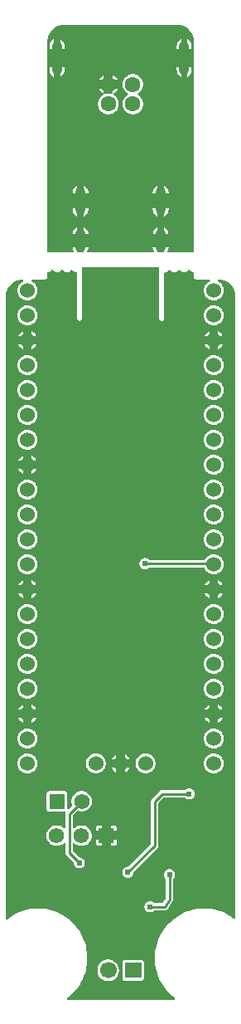
<source format=gbl>
G04 Layer: BottomLayer*
G04 EasyEDA v6.5.40, 2024-08-19 02:38:51*
G04 a67cddfb3fce44daa9051d46cbbcc19f,10*
G04 Gerber Generator version 0.2*
G04 Scale: 100 percent, Rotated: No, Reflected: No *
G04 Dimensions in millimeters *
G04 leading zeros omitted , absolute positions ,4 integer and 5 decimal *
%FSLAX45Y45*%
%MOMM*%

%ADD10C,0.2540*%
%ADD11R,1.5748X1.5748*%
%ADD12C,1.5748*%
%ADD13C,1.5240*%
%ADD14O,1.0999978000000001X2.3999952*%
%ADD15O,1.0999978000000001X2.7999944*%
%ADD16O,0.9999979999999999X3.4999930000000004*%
%ADD17C,1.6000*%
%ADD18R,1.7000X1.5748*%
%ADD19C,1.7000*%
%ADD20C,0.6200*%
%ADD21C,0.6100*%
%ADD22C,0.0176*%

%LPD*%
G36*
X461009Y7649972D02*
G01*
X457098Y7650734D01*
X453847Y7652969D01*
X451612Y7656271D01*
X450850Y7660131D01*
X450850Y9798964D01*
X451866Y9817506D01*
X454406Y9834422D01*
X458622Y9850983D01*
X464413Y9867036D01*
X471728Y9882479D01*
X480568Y9897110D01*
X490778Y9910775D01*
X502310Y9923373D01*
X514959Y9934854D01*
X528726Y9944963D01*
X543407Y9953701D01*
X558850Y9960965D01*
X574954Y9966655D01*
X591515Y9970770D01*
X608431Y9973208D01*
X625856Y9974072D01*
X1774139Y9974072D01*
X1792528Y9973106D01*
X1809445Y9970566D01*
X1826006Y9966401D01*
X1842058Y9960559D01*
X1857502Y9953244D01*
X1872081Y9944404D01*
X1885797Y9934194D01*
X1898396Y9922713D01*
X1909825Y9910013D01*
X1919986Y9896246D01*
X1928723Y9881565D01*
X1935988Y9866122D01*
X1941677Y9850018D01*
X1945792Y9833457D01*
X1948230Y9816541D01*
X1949094Y9799116D01*
X1949094Y7660131D01*
X1948332Y7656271D01*
X1946097Y7652969D01*
X1942795Y7650734D01*
X1938934Y7649972D01*
X1687779Y7649972D01*
X1683664Y7650835D01*
X1680311Y7653274D01*
X1678178Y7656880D01*
X1677670Y7660995D01*
X1678838Y7665008D01*
X1683562Y7673644D01*
X1687626Y7684465D01*
X1690065Y7695742D01*
X1690776Y7705902D01*
X1643837Y7705902D01*
X1643837Y7660131D01*
X1643075Y7656271D01*
X1640890Y7652969D01*
X1637588Y7650734D01*
X1633677Y7649972D01*
X1586331Y7649972D01*
X1582420Y7650734D01*
X1579118Y7652969D01*
X1576933Y7656271D01*
X1576171Y7660131D01*
X1576171Y7705902D01*
X1529232Y7705902D01*
X1529943Y7695742D01*
X1532382Y7684465D01*
X1536446Y7673644D01*
X1541119Y7665008D01*
X1542338Y7660995D01*
X1541830Y7656880D01*
X1539697Y7653274D01*
X1536293Y7650835D01*
X1532229Y7649972D01*
X867765Y7649972D01*
X863701Y7650835D01*
X860298Y7653274D01*
X858164Y7656880D01*
X857656Y7660995D01*
X858875Y7665008D01*
X863549Y7673644D01*
X867613Y7684465D01*
X870051Y7695742D01*
X870762Y7705902D01*
X823823Y7705902D01*
X823823Y7660131D01*
X823061Y7656271D01*
X820877Y7652969D01*
X817575Y7650734D01*
X813663Y7649972D01*
X766318Y7649972D01*
X762406Y7650734D01*
X759104Y7652969D01*
X756920Y7656271D01*
X756158Y7660131D01*
X756158Y7705902D01*
X709218Y7705902D01*
X709930Y7695742D01*
X712368Y7684465D01*
X716432Y7673644D01*
X721156Y7665008D01*
X722325Y7660995D01*
X721817Y7656880D01*
X719683Y7653274D01*
X716330Y7650835D01*
X712216Y7649972D01*
G37*

%LPC*%
G36*
X709218Y7838592D02*
G01*
X756158Y7838592D01*
X756158Y7910677D01*
X746252Y7905292D01*
X737057Y7898384D01*
X728878Y7890205D01*
X721969Y7880959D01*
X716432Y7870850D01*
X712368Y7860030D01*
X709930Y7848752D01*
G37*
G36*
X1643837Y7838592D02*
G01*
X1690776Y7838592D01*
X1690065Y7848752D01*
X1687626Y7860030D01*
X1683562Y7870850D01*
X1678025Y7880959D01*
X1671116Y7890205D01*
X1662938Y7898384D01*
X1653743Y7905292D01*
X1643837Y7910677D01*
G37*
G36*
X823823Y7838592D02*
G01*
X870762Y7838592D01*
X870051Y7848752D01*
X867613Y7860030D01*
X863549Y7870850D01*
X858062Y7880959D01*
X851103Y7890205D01*
X842975Y7898384D01*
X833729Y7905292D01*
X823823Y7910677D01*
G37*
G36*
X1529232Y7838592D02*
G01*
X1576171Y7838592D01*
X1576171Y7910677D01*
X1566265Y7905292D01*
X1557020Y7898384D01*
X1548892Y7890205D01*
X1541932Y7880959D01*
X1536446Y7870850D01*
X1532382Y7860030D01*
X1529943Y7848752D01*
G37*
G36*
X1576171Y8018830D02*
G01*
X1576171Y8100872D01*
X1529080Y8100872D01*
X1529080Y8092592D01*
X1529943Y8080756D01*
X1532382Y8069478D01*
X1536446Y8058658D01*
X1541932Y8048498D01*
X1548892Y8039252D01*
X1557020Y8031124D01*
X1566265Y8024215D01*
G37*
G36*
X756158Y8018830D02*
G01*
X756158Y8100872D01*
X709066Y8100872D01*
X709066Y8092592D01*
X709930Y8080756D01*
X712368Y8069478D01*
X716432Y8058658D01*
X721969Y8048498D01*
X728878Y8039252D01*
X737057Y8031124D01*
X746252Y8024215D01*
G37*
G36*
X823823Y8018830D02*
G01*
X833729Y8024215D01*
X842975Y8031124D01*
X851103Y8039252D01*
X858062Y8048498D01*
X863549Y8058658D01*
X867613Y8069478D01*
X870051Y8080756D01*
X870915Y8092592D01*
X870915Y8100872D01*
X823823Y8100872D01*
G37*
G36*
X1643837Y8018830D02*
G01*
X1653743Y8024215D01*
X1662938Y8031124D01*
X1671116Y8039252D01*
X1678025Y8048498D01*
X1683562Y8058658D01*
X1687626Y8069478D01*
X1690065Y8080756D01*
X1690928Y8092592D01*
X1690928Y8100872D01*
X1643837Y8100872D01*
G37*
G36*
X823823Y8253577D02*
G01*
X870915Y8253577D01*
X870915Y8261858D01*
X870051Y8273745D01*
X867613Y8285022D01*
X863549Y8295843D01*
X858062Y8305952D01*
X851103Y8315198D01*
X842975Y8323376D01*
X833729Y8330285D01*
X823823Y8335670D01*
G37*
G36*
X709066Y8253577D02*
G01*
X756158Y8253577D01*
X756158Y8335670D01*
X746252Y8330285D01*
X737057Y8323376D01*
X728878Y8315198D01*
X721969Y8305952D01*
X716432Y8295843D01*
X712368Y8285022D01*
X709930Y8273745D01*
X709066Y8261858D01*
G37*
G36*
X1643837Y8253577D02*
G01*
X1690928Y8253577D01*
X1690928Y8261858D01*
X1690065Y8273745D01*
X1687626Y8285022D01*
X1683562Y8295843D01*
X1678025Y8305952D01*
X1671116Y8315198D01*
X1662938Y8323376D01*
X1653743Y8330285D01*
X1643837Y8335670D01*
G37*
G36*
X1529080Y8253577D02*
G01*
X1576171Y8253577D01*
X1576171Y8335670D01*
X1566265Y8330285D01*
X1557020Y8323376D01*
X1548892Y8315198D01*
X1541932Y8305952D01*
X1536446Y8295843D01*
X1532382Y8285022D01*
X1529943Y8273745D01*
X1529080Y8261858D01*
G37*
G36*
X1075029Y9058605D02*
G01*
X1088847Y9059519D01*
X1102410Y9062212D01*
X1115517Y9066631D01*
X1127963Y9072778D01*
X1139444Y9080449D01*
X1149858Y9089593D01*
X1159002Y9100007D01*
X1166723Y9111538D01*
X1172819Y9123934D01*
X1177290Y9137091D01*
X1179982Y9150654D01*
X1180896Y9164472D01*
X1179982Y9178290D01*
X1177290Y9191904D01*
X1172819Y9205010D01*
X1166723Y9217406D01*
X1159002Y9228937D01*
X1149858Y9239351D01*
X1139444Y9248495D01*
X1128166Y9256014D01*
X1125372Y9258808D01*
X1123848Y9262516D01*
X1123848Y9266478D01*
X1125372Y9270136D01*
X1128166Y9272930D01*
X1139444Y9280448D01*
X1149858Y9289592D01*
X1159002Y9300006D01*
X1166723Y9311538D01*
X1169974Y9318142D01*
X1121359Y9318142D01*
X1121359Y9274505D01*
X1120648Y9270746D01*
X1118565Y9267494D01*
X1115466Y9265259D01*
X1111707Y9264345D01*
X1107948Y9264904D01*
X1102410Y9266732D01*
X1088847Y9269476D01*
X1075029Y9270339D01*
X1061161Y9269476D01*
X1047597Y9266732D01*
X1042060Y9264904D01*
X1038301Y9264345D01*
X1034542Y9265259D01*
X1031443Y9267494D01*
X1029360Y9270746D01*
X1028649Y9274505D01*
X1028649Y9318142D01*
X980033Y9318142D01*
X983284Y9311538D01*
X991006Y9300006D01*
X1000150Y9289592D01*
X1010564Y9280448D01*
X1021842Y9272930D01*
X1024636Y9270136D01*
X1026160Y9266478D01*
X1026160Y9262516D01*
X1024636Y9258808D01*
X1021842Y9256014D01*
X1010564Y9248495D01*
X1000150Y9239351D01*
X991006Y9228937D01*
X983284Y9217406D01*
X977188Y9205010D01*
X972718Y9191904D01*
X970026Y9178290D01*
X969111Y9164472D01*
X970026Y9150654D01*
X972718Y9137091D01*
X977188Y9123934D01*
X983284Y9111538D01*
X991006Y9100007D01*
X1000150Y9089593D01*
X1010564Y9080449D01*
X1022045Y9072778D01*
X1034491Y9066631D01*
X1047597Y9062212D01*
X1061161Y9059519D01*
G37*
G36*
X1325016Y9058605D02*
G01*
X1338834Y9059519D01*
X1352397Y9062212D01*
X1365504Y9066631D01*
X1377950Y9072778D01*
X1389481Y9080449D01*
X1399895Y9089593D01*
X1408988Y9100007D01*
X1416710Y9111538D01*
X1422806Y9123934D01*
X1427276Y9137091D01*
X1429969Y9150654D01*
X1430883Y9164472D01*
X1429969Y9178290D01*
X1427276Y9191904D01*
X1422806Y9205010D01*
X1416710Y9217406D01*
X1408988Y9228937D01*
X1399895Y9239351D01*
X1389481Y9248495D01*
X1378153Y9256014D01*
X1375359Y9258808D01*
X1373835Y9262516D01*
X1373835Y9266478D01*
X1375359Y9270136D01*
X1378153Y9272930D01*
X1389481Y9280448D01*
X1399895Y9289592D01*
X1408988Y9300006D01*
X1416710Y9311538D01*
X1422806Y9323933D01*
X1427276Y9337090D01*
X1429969Y9350654D01*
X1430883Y9364472D01*
X1429969Y9378289D01*
X1427276Y9391904D01*
X1422806Y9405010D01*
X1416710Y9417405D01*
X1408988Y9428937D01*
X1399895Y9439351D01*
X1389481Y9448495D01*
X1377950Y9456166D01*
X1365504Y9462312D01*
X1352397Y9466732D01*
X1338834Y9469475D01*
X1325016Y9470339D01*
X1311198Y9469475D01*
X1297584Y9466732D01*
X1284478Y9462312D01*
X1272082Y9456166D01*
X1260551Y9448495D01*
X1250137Y9439351D01*
X1240993Y9428937D01*
X1233322Y9417405D01*
X1227175Y9405010D01*
X1222705Y9391904D01*
X1220012Y9378289D01*
X1219098Y9364472D01*
X1220012Y9350654D01*
X1222705Y9337090D01*
X1227175Y9323933D01*
X1233322Y9311538D01*
X1240993Y9300006D01*
X1250137Y9289592D01*
X1260551Y9280448D01*
X1271828Y9272930D01*
X1274622Y9270136D01*
X1276146Y9266478D01*
X1276146Y9262516D01*
X1274622Y9258808D01*
X1271828Y9256014D01*
X1260551Y9248495D01*
X1250137Y9239351D01*
X1240993Y9228937D01*
X1233322Y9217406D01*
X1227175Y9205010D01*
X1222705Y9191904D01*
X1220012Y9178290D01*
X1219098Y9164472D01*
X1220012Y9150654D01*
X1222705Y9137091D01*
X1227175Y9123934D01*
X1233322Y9111538D01*
X1240993Y9100007D01*
X1250137Y9089593D01*
X1260551Y9080449D01*
X1272082Y9072778D01*
X1284478Y9066631D01*
X1297584Y9062212D01*
X1311198Y9059519D01*
G37*
G36*
X980033Y9410801D02*
G01*
X1028649Y9410801D01*
X1028649Y9459417D01*
X1022045Y9456166D01*
X1010564Y9448495D01*
X1000150Y9439351D01*
X991006Y9428937D01*
X983284Y9417405D01*
G37*
G36*
X1121359Y9410801D02*
G01*
X1169974Y9410801D01*
X1166723Y9417405D01*
X1159002Y9428937D01*
X1149858Y9439351D01*
X1139444Y9448495D01*
X1127963Y9456166D01*
X1121359Y9459417D01*
G37*
G36*
X1881327Y9441586D02*
G01*
X1887931Y9444786D01*
X1897329Y9451136D01*
X1905609Y9458858D01*
X1912670Y9467748D01*
X1918360Y9477552D01*
X1922525Y9488119D01*
X1925015Y9499142D01*
X1925929Y9510877D01*
X1925929Y9541611D01*
X1881327Y9541611D01*
G37*
G36*
X518668Y9441586D02*
G01*
X518668Y9541611D01*
X474116Y9541611D01*
X474116Y9510877D01*
X474980Y9499142D01*
X477469Y9488119D01*
X481634Y9477552D01*
X487324Y9467748D01*
X494385Y9458858D01*
X502666Y9451136D01*
X512064Y9444786D01*
G37*
G36*
X1818639Y9441586D02*
G01*
X1818639Y9541611D01*
X1774088Y9541611D01*
X1774088Y9510877D01*
X1774952Y9499142D01*
X1777492Y9488119D01*
X1781606Y9477552D01*
X1787296Y9467748D01*
X1794357Y9458858D01*
X1802688Y9451136D01*
X1812036Y9444786D01*
G37*
G36*
X581355Y9441586D02*
G01*
X587959Y9444786D01*
X597306Y9451136D01*
X605637Y9458858D01*
X612698Y9467748D01*
X618388Y9477552D01*
X622503Y9488119D01*
X625043Y9499142D01*
X625906Y9510877D01*
X625906Y9541611D01*
X581355Y9541611D01*
G37*
G36*
X1881327Y9729317D02*
G01*
X1925929Y9729317D01*
X1925929Y9760102D01*
X1925015Y9771786D01*
X1922525Y9782860D01*
X1918360Y9793376D01*
X1912670Y9803231D01*
X1905609Y9812070D01*
X1897329Y9819792D01*
X1887931Y9826193D01*
X1881327Y9829342D01*
G37*
G36*
X474116Y9729317D02*
G01*
X518668Y9729317D01*
X518668Y9829342D01*
X512064Y9826193D01*
X502666Y9819792D01*
X494385Y9812070D01*
X487324Y9803231D01*
X481634Y9793376D01*
X477469Y9782860D01*
X474980Y9771786D01*
X474116Y9760102D01*
G37*
G36*
X581355Y9729317D02*
G01*
X625906Y9729317D01*
X625906Y9760102D01*
X625043Y9771786D01*
X622503Y9782860D01*
X618388Y9793376D01*
X612698Y9803231D01*
X605637Y9812070D01*
X597306Y9819792D01*
X587959Y9826193D01*
X581355Y9829342D01*
G37*
G36*
X1774088Y9729317D02*
G01*
X1818639Y9729317D01*
X1818639Y9829342D01*
X1812036Y9826193D01*
X1802688Y9819792D01*
X1794357Y9812070D01*
X1787296Y9803231D01*
X1781606Y9793376D01*
X1777492Y9782860D01*
X1774952Y9771786D01*
X1774088Y9760102D01*
G37*

%LPD*%
G36*
X663041Y25908D02*
G01*
X658876Y26771D01*
X655472Y29311D01*
X653338Y32969D01*
X652932Y37185D01*
X654304Y41249D01*
X657148Y44348D01*
X659688Y46177D01*
X683920Y65684D01*
X706932Y86715D01*
X728573Y109118D01*
X748842Y132791D01*
X767588Y157683D01*
X784707Y183642D01*
X800252Y210667D01*
X814120Y238556D01*
X826211Y267258D01*
X836523Y296621D01*
X844956Y326644D01*
X851560Y357073D01*
X856284Y387858D01*
X859078Y418846D01*
X859993Y449986D01*
X859078Y481126D01*
X856284Y512165D01*
X851560Y542950D01*
X844956Y573379D01*
X836523Y603351D01*
X826211Y632764D01*
X814120Y661466D01*
X800252Y689356D01*
X784707Y716381D01*
X767588Y742340D01*
X748842Y767232D01*
X728573Y790905D01*
X706932Y813308D01*
X683920Y834288D01*
X659688Y853846D01*
X634288Y871880D01*
X607822Y888288D01*
X580390Y903020D01*
X552094Y916076D01*
X523036Y927353D01*
X493369Y936802D01*
X463194Y944422D01*
X432562Y950112D01*
X401675Y953973D01*
X370586Y955903D01*
X339394Y955903D01*
X308305Y953973D01*
X277418Y950112D01*
X246786Y944422D01*
X216611Y936802D01*
X186944Y927353D01*
X157886Y916076D01*
X129590Y903020D01*
X102158Y888288D01*
X75692Y871880D01*
X50292Y853846D01*
X42468Y847496D01*
X39116Y845718D01*
X35356Y845312D01*
X31699Y846277D01*
X28651Y848512D01*
X26619Y851712D01*
X25908Y855421D01*
X25908Y7199122D01*
X26873Y7217562D01*
X29413Y7234428D01*
X33578Y7250988D01*
X39420Y7267041D01*
X46736Y7282484D01*
X55575Y7297115D01*
X65786Y7310780D01*
X77266Y7323378D01*
X89966Y7334859D01*
X103733Y7344968D01*
X118414Y7353706D01*
X133858Y7360970D01*
X149961Y7366660D01*
X166522Y7370775D01*
X183438Y7373264D01*
X198018Y7373975D01*
X201879Y7373467D01*
X205232Y7371486D01*
X207619Y7368438D01*
X208686Y7364679D01*
X208279Y7360818D01*
X206400Y7357414D01*
X203454Y7354925D01*
X192481Y7348931D01*
X181508Y7340853D01*
X171704Y7331354D01*
X163220Y7320635D01*
X156260Y7308900D01*
X150977Y7296353D01*
X147370Y7283196D01*
X145542Y7269683D01*
X145542Y7256068D01*
X147370Y7242556D01*
X150977Y7229398D01*
X156260Y7216851D01*
X163220Y7205116D01*
X171704Y7194397D01*
X181508Y7184898D01*
X192481Y7176820D01*
X204419Y7170267D01*
X217170Y7165390D01*
X230428Y7162190D01*
X243992Y7160869D01*
X257606Y7161326D01*
X271068Y7163562D01*
X284073Y7167625D01*
X296468Y7173366D01*
X307949Y7180681D01*
X318363Y7189470D01*
X327507Y7199630D01*
X335229Y7210856D01*
X341376Y7222998D01*
X345846Y7235901D01*
X348589Y7249261D01*
X349504Y7262875D01*
X348589Y7276490D01*
X345846Y7289850D01*
X341376Y7302753D01*
X335229Y7314895D01*
X327507Y7326122D01*
X318363Y7336281D01*
X307949Y7345070D01*
X296468Y7352385D01*
X291388Y7354773D01*
X288239Y7357059D01*
X286156Y7360361D01*
X285496Y7364222D01*
X286359Y7368031D01*
X288544Y7371232D01*
X291846Y7373366D01*
X295656Y7374128D01*
X424332Y7374128D01*
X430834Y7374940D01*
X436372Y7377023D01*
X441502Y7380579D01*
X444550Y7383576D01*
X447192Y7387183D01*
X449681Y7392720D01*
X450850Y7400188D01*
X450850Y7440117D01*
X451408Y7443470D01*
X453085Y7446467D01*
X455625Y7448702D01*
X458724Y7450023D01*
X465734Y7451598D01*
X474116Y7455204D01*
X481736Y7460234D01*
X488340Y7466533D01*
X491693Y7471206D01*
X494639Y7473899D01*
X498398Y7475270D01*
X502361Y7475067D01*
X505968Y7473391D01*
X514858Y7463231D01*
X521970Y7457541D01*
X529996Y7453223D01*
X538683Y7450378D01*
X547725Y7449159D01*
X556818Y7449566D01*
X565708Y7451598D01*
X574141Y7455204D01*
X581710Y7460234D01*
X588314Y7466533D01*
X591718Y7471206D01*
X594664Y7473899D01*
X598373Y7475270D01*
X602386Y7475067D01*
X605993Y7473391D01*
X614883Y7463231D01*
X621995Y7457541D01*
X630021Y7453223D01*
X638708Y7450378D01*
X647750Y7449159D01*
X656844Y7449566D01*
X665734Y7451598D01*
X674116Y7455204D01*
X681736Y7460234D01*
X688340Y7466533D01*
X691692Y7471206D01*
X694639Y7473899D01*
X698398Y7475270D01*
X702360Y7475067D01*
X705967Y7473391D01*
X714857Y7463231D01*
X721969Y7457541D01*
X729996Y7453223D01*
X738682Y7450378D01*
X745286Y7449515D01*
X748741Y7448397D01*
X751586Y7446111D01*
X753465Y7443012D01*
X754075Y7439406D01*
X754075Y6977888D01*
X754888Y6971385D01*
X757123Y6965543D01*
X759053Y6962292D01*
X761492Y6959295D01*
X766216Y6955434D01*
X771601Y6952894D01*
X777595Y6951675D01*
X782624Y6951675D01*
X786333Y6952284D01*
X792073Y6954418D01*
X796899Y6957822D01*
X801065Y6962444D01*
X802894Y6965543D01*
X805129Y6971385D01*
X805891Y6977888D01*
X805891Y7489799D01*
X806704Y7493711D01*
X808888Y7497013D01*
X812190Y7499197D01*
X816051Y7499959D01*
X1583944Y7499959D01*
X1587804Y7499197D01*
X1591106Y7497013D01*
X1593342Y7493711D01*
X1594104Y7489799D01*
X1594104Y6977888D01*
X1594866Y6971385D01*
X1597101Y6965543D01*
X1599082Y6962292D01*
X1601470Y6959295D01*
X1606245Y6955434D01*
X1611579Y6952894D01*
X1617573Y6951675D01*
X1622602Y6951675D01*
X1626311Y6952284D01*
X1632051Y6954418D01*
X1636928Y6957822D01*
X1641043Y6962444D01*
X1642922Y6965543D01*
X1645107Y6971385D01*
X1645920Y6977888D01*
X1645920Y7439355D01*
X1646631Y7443165D01*
X1648714Y7446416D01*
X1651863Y7448600D01*
X1665732Y7451598D01*
X1674114Y7455204D01*
X1681734Y7460234D01*
X1688338Y7466533D01*
X1691690Y7471206D01*
X1694637Y7473899D01*
X1698396Y7475270D01*
X1702358Y7475067D01*
X1705965Y7473391D01*
X1714855Y7463231D01*
X1721967Y7457541D01*
X1729993Y7453223D01*
X1738680Y7450378D01*
X1747723Y7449159D01*
X1756816Y7449566D01*
X1765706Y7451598D01*
X1774139Y7455204D01*
X1781708Y7460234D01*
X1788312Y7466533D01*
X1791716Y7471206D01*
X1794662Y7473899D01*
X1798370Y7475270D01*
X1802384Y7475067D01*
X1805990Y7473391D01*
X1814880Y7463231D01*
X1821992Y7457541D01*
X1830019Y7453223D01*
X1838706Y7450378D01*
X1847748Y7449159D01*
X1856841Y7449566D01*
X1865731Y7451598D01*
X1874113Y7455204D01*
X1881733Y7460234D01*
X1888337Y7466533D01*
X1891690Y7471206D01*
X1894636Y7473899D01*
X1898396Y7475270D01*
X1902358Y7475067D01*
X1905965Y7473391D01*
X1914855Y7463231D01*
X1921967Y7457541D01*
X1929993Y7453223D01*
X1938680Y7450378D01*
X1943760Y7449058D01*
X1946605Y7446772D01*
X1948434Y7443673D01*
X1949094Y7440117D01*
X1949094Y7400594D01*
X1949856Y7394092D01*
X1951989Y7388555D01*
X1955495Y7383424D01*
X1958543Y7380376D01*
X1962150Y7377734D01*
X1967687Y7375245D01*
X1975154Y7374077D01*
X2103729Y7374128D01*
X2108047Y7373162D01*
X2111552Y7370419D01*
X2113584Y7366457D01*
X2113737Y7362037D01*
X2111959Y7357973D01*
X2108606Y7355027D01*
X2097481Y7348931D01*
X2086508Y7340853D01*
X2076704Y7331354D01*
X2068220Y7320635D01*
X2061260Y7308900D01*
X2055977Y7296353D01*
X2052370Y7283196D01*
X2050542Y7269683D01*
X2050542Y7256068D01*
X2052370Y7242556D01*
X2055977Y7229398D01*
X2061260Y7216851D01*
X2068220Y7205116D01*
X2076704Y7194397D01*
X2086508Y7184898D01*
X2097481Y7176820D01*
X2109419Y7170267D01*
X2122170Y7165390D01*
X2135428Y7162190D01*
X2148992Y7160869D01*
X2162606Y7161326D01*
X2176068Y7163562D01*
X2189073Y7167625D01*
X2201468Y7173366D01*
X2212949Y7180681D01*
X2223363Y7189470D01*
X2232507Y7199630D01*
X2240229Y7210856D01*
X2246376Y7222998D01*
X2250846Y7235901D01*
X2253589Y7249261D01*
X2254504Y7262875D01*
X2253589Y7276490D01*
X2250846Y7289850D01*
X2246376Y7302753D01*
X2240229Y7314895D01*
X2232507Y7326122D01*
X2223363Y7336281D01*
X2212949Y7345070D01*
X2201468Y7352385D01*
X2196592Y7354671D01*
X2193391Y7357008D01*
X2191308Y7360412D01*
X2190699Y7364323D01*
X2191664Y7368184D01*
X2194052Y7371384D01*
X2197455Y7373467D01*
X2201367Y7374026D01*
X2217521Y7373162D01*
X2234438Y7370572D01*
X2250998Y7366406D01*
X2267051Y7360564D01*
X2282494Y7353249D01*
X2297125Y7344409D01*
X2310790Y7334199D01*
X2323388Y7322718D01*
X2334869Y7310018D01*
X2344978Y7296251D01*
X2353716Y7281570D01*
X2360980Y7266127D01*
X2366670Y7250023D01*
X2370785Y7233462D01*
X2373223Y7216546D01*
X2374087Y7199122D01*
X2374138Y863244D01*
X2373172Y858977D01*
X2370480Y855471D01*
X2366568Y853440D01*
X2362149Y853287D01*
X2358085Y854964D01*
X2334310Y871880D01*
X2307844Y888288D01*
X2280412Y903020D01*
X2252116Y916076D01*
X2223058Y927353D01*
X2193391Y936802D01*
X2163165Y944422D01*
X2132584Y950112D01*
X2101646Y953973D01*
X2070557Y955903D01*
X2039416Y955903D01*
X2008327Y953973D01*
X1977440Y950112D01*
X1946808Y944422D01*
X1916582Y936802D01*
X1886915Y927353D01*
X1857908Y916076D01*
X1829612Y903020D01*
X1802180Y888288D01*
X1775714Y871880D01*
X1750314Y853846D01*
X1726031Y834288D01*
X1703070Y813308D01*
X1681378Y790905D01*
X1661160Y767232D01*
X1642414Y742340D01*
X1625244Y716330D01*
X1609699Y689356D01*
X1595882Y661466D01*
X1583791Y632764D01*
X1573479Y603351D01*
X1564995Y573379D01*
X1558391Y542950D01*
X1553718Y512165D01*
X1550873Y481126D01*
X1550009Y450037D01*
X1550873Y418846D01*
X1553718Y387858D01*
X1558391Y357073D01*
X1564995Y326593D01*
X1573479Y296621D01*
X1583791Y267258D01*
X1595882Y238556D01*
X1609699Y210616D01*
X1625244Y183642D01*
X1642414Y157632D01*
X1661160Y132791D01*
X1681378Y109118D01*
X1703070Y86715D01*
X1726031Y65684D01*
X1750314Y46177D01*
X1752854Y44348D01*
X1755698Y41249D01*
X1757070Y37185D01*
X1756613Y32969D01*
X1754530Y29311D01*
X1751126Y26771D01*
X1746961Y25908D01*
G37*

%LPC*%
G36*
X1069441Y214172D02*
G01*
X1083665Y214629D01*
X1097686Y216916D01*
X1111300Y220929D01*
X1124305Y226669D01*
X1136446Y234035D01*
X1147572Y242925D01*
X1157427Y253136D01*
X1165910Y264515D01*
X1172921Y276910D01*
X1178255Y290068D01*
X1181862Y303784D01*
X1183640Y317906D01*
X1183640Y332079D01*
X1181862Y346202D01*
X1178255Y359918D01*
X1172921Y373126D01*
X1165910Y385470D01*
X1157427Y396900D01*
X1147572Y407060D01*
X1136446Y415950D01*
X1124305Y423316D01*
X1111300Y429056D01*
X1097686Y433120D01*
X1083665Y435356D01*
X1069441Y435813D01*
X1055319Y434441D01*
X1041450Y431292D01*
X1028090Y426415D01*
X1015492Y419811D01*
X1003858Y411683D01*
X993343Y402132D01*
X984148Y391312D01*
X976376Y379425D01*
X970229Y366623D01*
X965758Y353110D01*
X963015Y339191D01*
X962101Y325018D01*
X963015Y310794D01*
X965758Y296875D01*
X970229Y283362D01*
X976376Y270560D01*
X984148Y258673D01*
X993343Y247853D01*
X1003858Y238302D01*
X1015492Y230174D01*
X1028090Y223621D01*
X1041450Y218694D01*
X1055319Y215544D01*
G37*
G36*
X1242568Y220370D02*
G01*
X1411427Y220370D01*
X1417726Y221081D01*
X1423212Y222961D01*
X1428089Y226060D01*
X1432204Y230124D01*
X1435303Y235051D01*
X1437182Y240487D01*
X1437894Y246837D01*
X1437894Y403148D01*
X1437182Y409498D01*
X1435303Y414934D01*
X1432204Y419862D01*
X1428089Y423926D01*
X1423212Y427024D01*
X1417726Y428955D01*
X1411427Y429666D01*
X1242568Y429666D01*
X1236268Y428955D01*
X1230782Y427024D01*
X1225905Y423926D01*
X1221790Y419862D01*
X1218692Y414934D01*
X1216812Y409498D01*
X1216101Y403148D01*
X1216101Y246837D01*
X1216812Y240487D01*
X1218692Y235051D01*
X1221790Y230124D01*
X1225905Y226060D01*
X1230782Y222961D01*
X1236268Y221081D01*
G37*
G36*
X1502410Y918159D02*
G01*
X1511960Y919378D01*
X1521206Y922223D01*
X1529791Y926592D01*
X1541830Y935583D01*
X1545844Y936396D01*
X1649475Y936396D01*
X1657502Y937158D01*
X1664766Y939393D01*
X1671421Y942949D01*
X1677263Y947724D01*
X1682394Y953973D01*
X1731822Y1028192D01*
X1735632Y1035253D01*
X1737817Y1042466D01*
X1738630Y1050493D01*
X1738630Y1256690D01*
X1739341Y1260500D01*
X1741424Y1263700D01*
X1744268Y1266647D01*
X1749653Y1274673D01*
X1753616Y1283462D01*
X1756054Y1292758D01*
X1756867Y1302410D01*
X1756054Y1312011D01*
X1753616Y1321358D01*
X1749653Y1330147D01*
X1744268Y1338122D01*
X1737563Y1345082D01*
X1729790Y1350822D01*
X1721205Y1355140D01*
X1711960Y1357985D01*
X1702409Y1359204D01*
X1692757Y1358798D01*
X1683359Y1356766D01*
X1674368Y1353159D01*
X1666189Y1348130D01*
X1658924Y1341729D01*
X1652879Y1334211D01*
X1648155Y1325829D01*
X1644954Y1316736D01*
X1643329Y1307185D01*
X1643329Y1297584D01*
X1644954Y1288034D01*
X1648155Y1278940D01*
X1652879Y1270558D01*
X1659128Y1262786D01*
X1660804Y1259789D01*
X1661414Y1256385D01*
X1661414Y1064768D01*
X1660956Y1061821D01*
X1659686Y1059129D01*
X1632356Y1018133D01*
X1630070Y1015695D01*
X1627174Y1014120D01*
X1623872Y1013612D01*
X1545844Y1013612D01*
X1541830Y1014425D01*
X1529791Y1023416D01*
X1521206Y1027785D01*
X1511960Y1030579D01*
X1502410Y1031798D01*
X1492758Y1031392D01*
X1483360Y1029360D01*
X1474368Y1025804D01*
X1466189Y1020724D01*
X1458925Y1014323D01*
X1452880Y1006856D01*
X1448155Y998423D01*
X1444955Y989330D01*
X1443329Y979830D01*
X1443329Y970178D01*
X1444955Y960678D01*
X1448155Y951585D01*
X1452880Y943152D01*
X1458925Y935634D01*
X1466189Y929284D01*
X1474368Y924204D01*
X1483360Y920597D01*
X1492758Y918565D01*
G37*
G36*
X1277416Y1268171D02*
G01*
X1286967Y1269390D01*
X1296212Y1272235D01*
X1304798Y1276553D01*
X1312570Y1282293D01*
X1319225Y1289253D01*
X1324660Y1297279D01*
X1328623Y1306068D01*
X1331061Y1315364D01*
X1331772Y1323797D01*
X1332687Y1327200D01*
X1334719Y1330096D01*
X1576679Y1572056D01*
X1581810Y1578305D01*
X1585366Y1584960D01*
X1587550Y1592224D01*
X1588312Y1600200D01*
X1588008Y2029663D01*
X1588770Y2033574D01*
X1590954Y2036825D01*
X1638198Y2084374D01*
X1641500Y2086610D01*
X1645412Y2087372D01*
X1853133Y2087372D01*
X1856739Y2086711D01*
X1859838Y2084832D01*
X1866188Y2079294D01*
X1874367Y2074214D01*
X1883359Y2070607D01*
X1892757Y2068575D01*
X1902409Y2068169D01*
X1911959Y2069388D01*
X1921205Y2072233D01*
X1929790Y2076551D01*
X1937562Y2082292D01*
X1944268Y2089251D01*
X1949653Y2097278D01*
X1953615Y2106066D01*
X1956054Y2115362D01*
X1956866Y2125014D01*
X1956054Y2134616D01*
X1953615Y2143963D01*
X1949653Y2152751D01*
X1944268Y2160727D01*
X1937562Y2167686D01*
X1929790Y2173427D01*
X1921205Y2177745D01*
X1911959Y2180590D01*
X1902409Y2181809D01*
X1892757Y2181402D01*
X1883359Y2179370D01*
X1874367Y2175764D01*
X1866188Y2170734D01*
X1862074Y2167128D01*
X1858975Y2165248D01*
X1855368Y2164588D01*
X1625600Y2164588D01*
X1617573Y2163775D01*
X1610360Y2161590D01*
X1603654Y2158034D01*
X1597456Y2152954D01*
X1522374Y2077313D01*
X1517345Y2071166D01*
X1513789Y2064512D01*
X1511554Y2057298D01*
X1510792Y2049272D01*
X1511096Y1619910D01*
X1510334Y1616049D01*
X1508150Y1612747D01*
X1280007Y1384604D01*
X1276908Y1382471D01*
X1273251Y1381658D01*
X1267764Y1381404D01*
X1258366Y1379372D01*
X1249375Y1375765D01*
X1241196Y1370736D01*
X1233932Y1364335D01*
X1227886Y1356868D01*
X1223162Y1348435D01*
X1219962Y1339342D01*
X1218336Y1329842D01*
X1218336Y1320190D01*
X1219962Y1310690D01*
X1223162Y1301546D01*
X1227886Y1293164D01*
X1233932Y1285646D01*
X1241196Y1279296D01*
X1249375Y1274216D01*
X1258366Y1270609D01*
X1267764Y1268577D01*
G37*
G36*
X780491Y1365097D02*
G01*
X790041Y1366316D01*
X799287Y1369161D01*
X807872Y1373479D01*
X815644Y1379220D01*
X822299Y1386179D01*
X827735Y1394155D01*
X831697Y1402943D01*
X834136Y1412290D01*
X834948Y1421892D01*
X834136Y1431544D01*
X831697Y1440840D01*
X827735Y1449628D01*
X822299Y1457655D01*
X815644Y1464614D01*
X807872Y1470355D01*
X799287Y1474673D01*
X790041Y1477518D01*
X780491Y1478737D01*
X776376Y1479448D01*
X772871Y1481683D01*
X716584Y1538020D01*
X714400Y1541322D01*
X713638Y1545183D01*
X713638Y1614474D01*
X714349Y1618234D01*
X716432Y1621485D01*
X719582Y1623720D01*
X723341Y1624634D01*
X727151Y1624076D01*
X730453Y1622094D01*
X736295Y1617014D01*
X747674Y1609394D01*
X759968Y1603349D01*
X772922Y1598930D01*
X786333Y1596288D01*
X799998Y1595374D01*
X813663Y1596288D01*
X827074Y1598930D01*
X840028Y1603349D01*
X852322Y1609394D01*
X863701Y1617014D01*
X873963Y1626006D01*
X883005Y1636318D01*
X890625Y1647698D01*
X896670Y1659940D01*
X901039Y1672894D01*
X903732Y1686356D01*
X904646Y1699971D01*
X903732Y1713636D01*
X901039Y1727098D01*
X896670Y1740052D01*
X890625Y1752295D01*
X883005Y1763674D01*
X873963Y1773986D01*
X863701Y1782978D01*
X852322Y1790598D01*
X840028Y1796643D01*
X827074Y1801063D01*
X813663Y1803704D01*
X799998Y1804619D01*
X786333Y1803704D01*
X772922Y1801063D01*
X759968Y1796643D01*
X747674Y1790598D01*
X736295Y1782978D01*
X730453Y1777898D01*
X727151Y1775917D01*
X723341Y1775358D01*
X719582Y1776272D01*
X716432Y1778507D01*
X714349Y1781759D01*
X713638Y1785518D01*
X713638Y1902815D01*
X714400Y1906676D01*
X716584Y1909978D01*
X756005Y1949399D01*
X759053Y1951482D01*
X762711Y1952345D01*
X766419Y1951837D01*
X774903Y1948942D01*
X788365Y1946249D01*
X801979Y1945386D01*
X815644Y1946249D01*
X829056Y1948942D01*
X842060Y1953310D01*
X854303Y1959406D01*
X865682Y1966975D01*
X875995Y1976018D01*
X884986Y1986280D01*
X892606Y1997659D01*
X898652Y2009952D01*
X903071Y2022906D01*
X905713Y2036318D01*
X906627Y2049983D01*
X905713Y2063648D01*
X903071Y2077059D01*
X898652Y2090013D01*
X892606Y2102307D01*
X884986Y2113686D01*
X875995Y2123998D01*
X865682Y2132990D01*
X854303Y2140610D01*
X842060Y2146655D01*
X829056Y2151075D01*
X815644Y2153716D01*
X801979Y2154631D01*
X788365Y2153716D01*
X774903Y2151075D01*
X761949Y2146655D01*
X749706Y2140610D01*
X738327Y2132990D01*
X728014Y2123998D01*
X718972Y2113686D01*
X711403Y2102307D01*
X705358Y2090013D01*
X700938Y2077059D01*
X698246Y2063648D01*
X697382Y2049983D01*
X698246Y2036318D01*
X700938Y2022906D01*
X703834Y2014423D01*
X704342Y2010714D01*
X703478Y2007057D01*
X701395Y2003958D01*
X670001Y1972614D01*
X666699Y1970379D01*
X662787Y1969617D01*
X658926Y1970379D01*
X655624Y1972614D01*
X653440Y1975866D01*
X652627Y1979777D01*
X652627Y2128164D01*
X651916Y2134463D01*
X650036Y2139950D01*
X646938Y2144826D01*
X642874Y2148941D01*
X637946Y2152040D01*
X632510Y2153920D01*
X626160Y2154631D01*
X469849Y2154631D01*
X463499Y2153920D01*
X458063Y2152040D01*
X453135Y2148941D01*
X449072Y2144826D01*
X445973Y2139950D01*
X444042Y2134463D01*
X443331Y2128164D01*
X443331Y1971802D01*
X444042Y1965502D01*
X445973Y1960067D01*
X449072Y1955139D01*
X453135Y1951075D01*
X458063Y1947976D01*
X463499Y1946046D01*
X469849Y1945335D01*
X626160Y1945335D01*
X630885Y1945081D01*
X634390Y1943252D01*
X636981Y1940153D01*
X638149Y1936343D01*
X637743Y1932381D01*
X637184Y1930501D01*
X636422Y1922525D01*
X636422Y1782013D01*
X635660Y1778203D01*
X633577Y1775002D01*
X630428Y1772767D01*
X626668Y1771853D01*
X622858Y1772412D01*
X619556Y1774342D01*
X609701Y1782978D01*
X598322Y1790598D01*
X586028Y1796643D01*
X573074Y1801063D01*
X559663Y1803704D01*
X545998Y1804619D01*
X532333Y1803704D01*
X518922Y1801063D01*
X505968Y1796643D01*
X493674Y1790598D01*
X482295Y1782978D01*
X472033Y1773986D01*
X462991Y1763674D01*
X455371Y1752295D01*
X449326Y1740052D01*
X444957Y1727098D01*
X442264Y1713636D01*
X441350Y1699971D01*
X442264Y1686356D01*
X444957Y1672894D01*
X449326Y1659940D01*
X455371Y1647698D01*
X462991Y1636318D01*
X472033Y1626006D01*
X482295Y1617014D01*
X493674Y1609394D01*
X505968Y1603349D01*
X518922Y1598930D01*
X532333Y1596288D01*
X545998Y1595374D01*
X559663Y1596288D01*
X573074Y1598930D01*
X586028Y1603349D01*
X598322Y1609394D01*
X609701Y1617014D01*
X619556Y1625650D01*
X622858Y1627581D01*
X626668Y1628139D01*
X630428Y1627225D01*
X633577Y1624990D01*
X635660Y1621790D01*
X636422Y1617980D01*
X636422Y1525473D01*
X637184Y1517446D01*
X639368Y1510233D01*
X642924Y1503578D01*
X648055Y1497330D01*
X718413Y1426972D01*
X720648Y1423670D01*
X721410Y1419809D01*
X721410Y1417066D01*
X723036Y1407566D01*
X726236Y1398473D01*
X730961Y1390040D01*
X737006Y1382572D01*
X744270Y1376172D01*
X752449Y1371142D01*
X761390Y1367536D01*
X770839Y1365504D01*
G37*
G36*
X1099718Y1595323D02*
G01*
X1132179Y1595323D01*
X1138478Y1596085D01*
X1143965Y1597964D01*
X1148842Y1601063D01*
X1152956Y1605127D01*
X1156004Y1610055D01*
X1157935Y1615490D01*
X1158646Y1621840D01*
X1158646Y1654251D01*
X1099718Y1654251D01*
G37*
G36*
X975817Y1595323D02*
G01*
X1008278Y1595323D01*
X1008278Y1654251D01*
X949350Y1654251D01*
X949350Y1621840D01*
X950061Y1615490D01*
X951992Y1610055D01*
X955040Y1605127D01*
X959154Y1601063D01*
X964031Y1597964D01*
X969518Y1596085D01*
G37*
G36*
X1099718Y1745691D02*
G01*
X1158646Y1745691D01*
X1158646Y1778152D01*
X1157935Y1784502D01*
X1156004Y1789938D01*
X1152956Y1794865D01*
X1148842Y1798929D01*
X1143965Y1802028D01*
X1138478Y1803907D01*
X1132179Y1804619D01*
X1099718Y1804619D01*
G37*
G36*
X949350Y1745691D02*
G01*
X1008278Y1745691D01*
X1008278Y1804619D01*
X975817Y1804619D01*
X969518Y1803907D01*
X964031Y1802028D01*
X959154Y1798929D01*
X955040Y1794865D01*
X951992Y1789938D01*
X950061Y1784502D01*
X949350Y1778152D01*
G37*
G36*
X1450492Y2334869D02*
G01*
X1464106Y2335326D01*
X1477568Y2337562D01*
X1490573Y2341626D01*
X1502968Y2347366D01*
X1514449Y2354681D01*
X1524863Y2363470D01*
X1534007Y2373630D01*
X1541729Y2384856D01*
X1547876Y2396998D01*
X1552346Y2409901D01*
X1555089Y2423261D01*
X1556004Y2436876D01*
X1555089Y2450490D01*
X1552346Y2463850D01*
X1547876Y2476754D01*
X1541729Y2488895D01*
X1534007Y2500122D01*
X1524863Y2510282D01*
X1514449Y2519070D01*
X1502968Y2526385D01*
X1490573Y2532126D01*
X1477568Y2536190D01*
X1464106Y2538425D01*
X1450492Y2538882D01*
X1436928Y2537561D01*
X1423670Y2534361D01*
X1410919Y2529484D01*
X1398981Y2522931D01*
X1388008Y2514854D01*
X1378204Y2505354D01*
X1369720Y2494635D01*
X1362760Y2482900D01*
X1357477Y2470353D01*
X1353870Y2457196D01*
X1352042Y2443683D01*
X1352042Y2430068D01*
X1353870Y2416556D01*
X1357477Y2403398D01*
X1362760Y2390851D01*
X1369720Y2379116D01*
X1378204Y2368397D01*
X1388008Y2358898D01*
X1398981Y2350820D01*
X1410919Y2344267D01*
X1423670Y2339390D01*
X1436928Y2336190D01*
G37*
G36*
X243992Y2334869D02*
G01*
X257606Y2335326D01*
X271068Y2337562D01*
X284073Y2341626D01*
X296468Y2347366D01*
X307949Y2354681D01*
X318363Y2363470D01*
X327507Y2373630D01*
X335229Y2384856D01*
X341376Y2396998D01*
X345846Y2409901D01*
X348589Y2423261D01*
X349504Y2436876D01*
X348589Y2450490D01*
X345846Y2463850D01*
X341376Y2476754D01*
X335229Y2488895D01*
X327507Y2500122D01*
X318363Y2510282D01*
X307949Y2519070D01*
X296468Y2526385D01*
X284073Y2532126D01*
X271068Y2536190D01*
X257606Y2538425D01*
X243992Y2538882D01*
X230428Y2537561D01*
X217170Y2534361D01*
X204419Y2529484D01*
X192481Y2522931D01*
X181508Y2514854D01*
X171704Y2505354D01*
X163220Y2494635D01*
X156260Y2482900D01*
X150977Y2470353D01*
X147370Y2457196D01*
X145542Y2443683D01*
X145542Y2430068D01*
X147370Y2416556D01*
X150977Y2403398D01*
X156260Y2390851D01*
X163220Y2379116D01*
X171704Y2368397D01*
X181508Y2358898D01*
X192481Y2350820D01*
X204419Y2344267D01*
X217170Y2339390D01*
X230428Y2336190D01*
G37*
G36*
X942492Y2334869D02*
G01*
X956106Y2335326D01*
X969568Y2337562D01*
X982573Y2341626D01*
X994968Y2347366D01*
X1006449Y2354681D01*
X1016863Y2363470D01*
X1026007Y2373630D01*
X1033729Y2384856D01*
X1039876Y2396998D01*
X1044346Y2409901D01*
X1047089Y2423261D01*
X1048003Y2436876D01*
X1047089Y2450490D01*
X1044346Y2463850D01*
X1039876Y2476754D01*
X1033729Y2488895D01*
X1026007Y2500122D01*
X1016863Y2510282D01*
X1006449Y2519070D01*
X994968Y2526385D01*
X982573Y2532126D01*
X969568Y2536190D01*
X956106Y2538425D01*
X942492Y2538882D01*
X928928Y2537561D01*
X915669Y2534361D01*
X902919Y2529484D01*
X890981Y2522931D01*
X880008Y2514854D01*
X870203Y2505354D01*
X861720Y2494635D01*
X854760Y2482900D01*
X849477Y2470353D01*
X845870Y2457196D01*
X844042Y2443683D01*
X844042Y2430068D01*
X845870Y2416556D01*
X849477Y2403398D01*
X854760Y2390851D01*
X861720Y2379116D01*
X870203Y2368397D01*
X880008Y2358898D01*
X890981Y2350820D01*
X902919Y2344267D01*
X915669Y2339390D01*
X928928Y2336190D01*
G37*
G36*
X2148992Y2334869D02*
G01*
X2162606Y2335326D01*
X2176068Y2337562D01*
X2189073Y2341626D01*
X2201468Y2347366D01*
X2212949Y2354681D01*
X2223363Y2363470D01*
X2232507Y2373630D01*
X2240229Y2384856D01*
X2246376Y2396998D01*
X2250846Y2409901D01*
X2253589Y2423261D01*
X2254504Y2436876D01*
X2253589Y2450490D01*
X2250846Y2463850D01*
X2246376Y2476754D01*
X2240229Y2488895D01*
X2232507Y2500122D01*
X2223363Y2510282D01*
X2212949Y2519070D01*
X2201468Y2526385D01*
X2189073Y2532126D01*
X2176068Y2536190D01*
X2162606Y2538425D01*
X2148992Y2538882D01*
X2135428Y2537561D01*
X2122170Y2534361D01*
X2109419Y2529484D01*
X2097481Y2522931D01*
X2086508Y2514854D01*
X2076704Y2505354D01*
X2068220Y2494635D01*
X2061260Y2482900D01*
X2055977Y2470353D01*
X2052370Y2457196D01*
X2050542Y2443683D01*
X2050542Y2430068D01*
X2052370Y2416556D01*
X2055977Y2403398D01*
X2061260Y2390851D01*
X2068220Y2379116D01*
X2076704Y2368397D01*
X2086508Y2358898D01*
X2097481Y2350820D01*
X2109419Y2344267D01*
X2122170Y2339390D01*
X2135428Y2336190D01*
G37*
G36*
X1155446Y2345080D02*
G01*
X1155446Y2392426D01*
X1108100Y2392426D01*
X1108760Y2390851D01*
X1115720Y2379116D01*
X1124204Y2368397D01*
X1134008Y2358898D01*
X1144981Y2350820D01*
G37*
G36*
X1244346Y2345232D02*
G01*
X1248968Y2347366D01*
X1260449Y2354681D01*
X1270863Y2363470D01*
X1280007Y2373630D01*
X1287729Y2384856D01*
X1291539Y2392426D01*
X1244346Y2392426D01*
G37*
G36*
X1244346Y2481326D02*
G01*
X1291539Y2481326D01*
X1287729Y2488895D01*
X1280007Y2500122D01*
X1270863Y2510282D01*
X1260449Y2519070D01*
X1248968Y2526385D01*
X1244346Y2528519D01*
G37*
G36*
X1108100Y2481326D02*
G01*
X1155446Y2481326D01*
X1155446Y2528671D01*
X1144981Y2522931D01*
X1134008Y2514854D01*
X1124204Y2505354D01*
X1115720Y2494635D01*
X1108760Y2482900D01*
G37*
G36*
X243992Y2588869D02*
G01*
X257606Y2589326D01*
X271068Y2591562D01*
X284073Y2595626D01*
X296468Y2601366D01*
X307949Y2608681D01*
X318363Y2617470D01*
X327507Y2627630D01*
X335229Y2638856D01*
X341376Y2650998D01*
X345846Y2663901D01*
X348589Y2677261D01*
X349504Y2690876D01*
X348589Y2704490D01*
X345846Y2717850D01*
X341376Y2730754D01*
X335229Y2742895D01*
X327507Y2754122D01*
X318363Y2764282D01*
X307949Y2773070D01*
X296468Y2780385D01*
X284073Y2786126D01*
X271068Y2790190D01*
X257606Y2792425D01*
X243992Y2792882D01*
X230428Y2791561D01*
X217170Y2788361D01*
X204419Y2783484D01*
X192481Y2776931D01*
X181508Y2768854D01*
X171704Y2759354D01*
X163220Y2748635D01*
X156260Y2736900D01*
X150977Y2724353D01*
X147370Y2711196D01*
X145542Y2697683D01*
X145542Y2684068D01*
X147370Y2670556D01*
X150977Y2657398D01*
X156260Y2644851D01*
X163220Y2633116D01*
X171704Y2622397D01*
X181508Y2612898D01*
X192481Y2604820D01*
X204419Y2598267D01*
X217170Y2593390D01*
X230428Y2590190D01*
G37*
G36*
X2148992Y2588869D02*
G01*
X2162606Y2589326D01*
X2176068Y2591562D01*
X2189073Y2595626D01*
X2201468Y2601366D01*
X2212949Y2608681D01*
X2223363Y2617470D01*
X2232507Y2627630D01*
X2240229Y2638856D01*
X2246376Y2650998D01*
X2250846Y2663901D01*
X2253589Y2677261D01*
X2254504Y2690876D01*
X2253589Y2704490D01*
X2250846Y2717850D01*
X2246376Y2730754D01*
X2240229Y2742895D01*
X2232507Y2754122D01*
X2223363Y2764282D01*
X2212949Y2773070D01*
X2201468Y2780385D01*
X2189073Y2786126D01*
X2176068Y2790190D01*
X2162606Y2792425D01*
X2148992Y2792882D01*
X2135428Y2791561D01*
X2122170Y2788361D01*
X2109419Y2783484D01*
X2097481Y2776931D01*
X2086508Y2768854D01*
X2076704Y2759354D01*
X2068220Y2748635D01*
X2061260Y2736900D01*
X2055977Y2724353D01*
X2052370Y2711196D01*
X2050542Y2697683D01*
X2050542Y2684068D01*
X2052370Y2670556D01*
X2055977Y2657398D01*
X2061260Y2644851D01*
X2068220Y2633116D01*
X2076704Y2622397D01*
X2086508Y2612898D01*
X2097481Y2604820D01*
X2109419Y2598267D01*
X2122170Y2593390D01*
X2135428Y2590190D01*
G37*
G36*
X202946Y2853080D02*
G01*
X202946Y2900426D01*
X155600Y2900426D01*
X156260Y2898851D01*
X163220Y2887116D01*
X171704Y2876397D01*
X181508Y2866898D01*
X192481Y2858820D01*
G37*
G36*
X2107946Y2853080D02*
G01*
X2107946Y2900426D01*
X2060600Y2900426D01*
X2061260Y2898851D01*
X2068220Y2887116D01*
X2076704Y2876397D01*
X2086508Y2866898D01*
X2097481Y2858820D01*
G37*
G36*
X2196846Y2853232D02*
G01*
X2201468Y2855366D01*
X2212949Y2862681D01*
X2223363Y2871470D01*
X2232507Y2881630D01*
X2240229Y2892856D01*
X2244039Y2900426D01*
X2196846Y2900426D01*
G37*
G36*
X291846Y2853232D02*
G01*
X296468Y2855366D01*
X307949Y2862681D01*
X318363Y2871470D01*
X327507Y2881630D01*
X335229Y2892856D01*
X339039Y2900426D01*
X291846Y2900426D01*
G37*
G36*
X2196846Y2989326D02*
G01*
X2244039Y2989326D01*
X2240229Y2996895D01*
X2232507Y3008122D01*
X2223363Y3018282D01*
X2212949Y3027070D01*
X2201468Y3034385D01*
X2196846Y3036519D01*
G37*
G36*
X291846Y2989326D02*
G01*
X339039Y2989326D01*
X335229Y2996895D01*
X327507Y3008122D01*
X318363Y3018282D01*
X307949Y3027070D01*
X296468Y3034385D01*
X291846Y3036519D01*
G37*
G36*
X155600Y2989326D02*
G01*
X202946Y2989326D01*
X202946Y3036671D01*
X192481Y3030931D01*
X181508Y3022854D01*
X171704Y3013354D01*
X163220Y3002635D01*
X156260Y2990900D01*
G37*
G36*
X2060600Y2989326D02*
G01*
X2107946Y2989326D01*
X2107946Y3036671D01*
X2097481Y3030931D01*
X2086508Y3022854D01*
X2076704Y3013354D01*
X2068220Y3002635D01*
X2061260Y2990900D01*
G37*
G36*
X243992Y3096869D02*
G01*
X257606Y3097326D01*
X271068Y3099562D01*
X284073Y3103626D01*
X296468Y3109366D01*
X307949Y3116681D01*
X318363Y3125470D01*
X327507Y3135630D01*
X335229Y3146856D01*
X341376Y3158998D01*
X345846Y3171901D01*
X348589Y3185261D01*
X349504Y3198876D01*
X348589Y3212490D01*
X345846Y3225850D01*
X341376Y3238754D01*
X335229Y3250895D01*
X327507Y3262122D01*
X318363Y3272282D01*
X307949Y3281070D01*
X296468Y3288385D01*
X284073Y3294126D01*
X271068Y3298190D01*
X257606Y3300425D01*
X243992Y3300882D01*
X230428Y3299561D01*
X217170Y3296361D01*
X204419Y3291484D01*
X192481Y3284931D01*
X181508Y3276854D01*
X171704Y3267354D01*
X163220Y3256635D01*
X156260Y3244900D01*
X150977Y3232353D01*
X147370Y3219196D01*
X145542Y3205683D01*
X145542Y3192068D01*
X147370Y3178556D01*
X150977Y3165398D01*
X156260Y3152851D01*
X163220Y3141116D01*
X171704Y3130397D01*
X181508Y3120898D01*
X192481Y3112820D01*
X204419Y3106267D01*
X217170Y3101390D01*
X230428Y3098190D01*
G37*
G36*
X2148992Y3096869D02*
G01*
X2162606Y3097326D01*
X2176068Y3099562D01*
X2189073Y3103626D01*
X2201468Y3109366D01*
X2212949Y3116681D01*
X2223363Y3125470D01*
X2232507Y3135630D01*
X2240229Y3146856D01*
X2246376Y3158998D01*
X2250846Y3171901D01*
X2253589Y3185261D01*
X2254504Y3198876D01*
X2253589Y3212490D01*
X2250846Y3225850D01*
X2246376Y3238754D01*
X2240229Y3250895D01*
X2232507Y3262122D01*
X2223363Y3272282D01*
X2212949Y3281070D01*
X2201468Y3288385D01*
X2189073Y3294126D01*
X2176068Y3298190D01*
X2162606Y3300425D01*
X2148992Y3300882D01*
X2135428Y3299561D01*
X2122170Y3296361D01*
X2109419Y3291484D01*
X2097481Y3284931D01*
X2086508Y3276854D01*
X2076704Y3267354D01*
X2068220Y3256635D01*
X2061260Y3244900D01*
X2055977Y3232353D01*
X2052370Y3219196D01*
X2050542Y3205683D01*
X2050542Y3192068D01*
X2052370Y3178556D01*
X2055977Y3165398D01*
X2061260Y3152851D01*
X2068220Y3141116D01*
X2076704Y3130397D01*
X2086508Y3120898D01*
X2097481Y3112820D01*
X2109419Y3106267D01*
X2122170Y3101390D01*
X2135428Y3098190D01*
G37*
G36*
X243992Y3350869D02*
G01*
X257606Y3351326D01*
X271068Y3353562D01*
X284073Y3357626D01*
X296468Y3363366D01*
X307949Y3370681D01*
X318363Y3379470D01*
X327507Y3389629D01*
X335229Y3400856D01*
X341376Y3412998D01*
X345846Y3425901D01*
X348589Y3439261D01*
X349504Y3452876D01*
X348589Y3466490D01*
X345846Y3479850D01*
X341376Y3492754D01*
X335229Y3504895D01*
X327507Y3516122D01*
X318363Y3526282D01*
X307949Y3535070D01*
X296468Y3542385D01*
X284073Y3548126D01*
X271068Y3552190D01*
X257606Y3554425D01*
X243992Y3554882D01*
X230428Y3553561D01*
X217170Y3550361D01*
X204419Y3545484D01*
X192481Y3538931D01*
X181508Y3530854D01*
X171704Y3521354D01*
X163220Y3510635D01*
X156260Y3498900D01*
X150977Y3486353D01*
X147370Y3473196D01*
X145542Y3459683D01*
X145542Y3446068D01*
X147370Y3432556D01*
X150977Y3419398D01*
X156260Y3406851D01*
X163220Y3395116D01*
X171704Y3384397D01*
X181508Y3374898D01*
X192481Y3366820D01*
X204419Y3360267D01*
X217170Y3355390D01*
X230428Y3352190D01*
G37*
G36*
X2148992Y3350869D02*
G01*
X2162606Y3351326D01*
X2176068Y3353562D01*
X2189073Y3357626D01*
X2201468Y3363366D01*
X2212949Y3370681D01*
X2223363Y3379470D01*
X2232507Y3389629D01*
X2240229Y3400856D01*
X2246376Y3412998D01*
X2250846Y3425901D01*
X2253589Y3439261D01*
X2254504Y3452876D01*
X2253589Y3466490D01*
X2250846Y3479850D01*
X2246376Y3492754D01*
X2240229Y3504895D01*
X2232507Y3516122D01*
X2223363Y3526282D01*
X2212949Y3535070D01*
X2201468Y3542385D01*
X2189073Y3548126D01*
X2176068Y3552190D01*
X2162606Y3554425D01*
X2148992Y3554882D01*
X2135428Y3553561D01*
X2122170Y3550361D01*
X2109419Y3545484D01*
X2097481Y3538931D01*
X2086508Y3530854D01*
X2076704Y3521354D01*
X2068220Y3510635D01*
X2061260Y3498900D01*
X2055977Y3486353D01*
X2052370Y3473196D01*
X2050542Y3459683D01*
X2050542Y3446068D01*
X2052370Y3432556D01*
X2055977Y3419398D01*
X2061260Y3406851D01*
X2068220Y3395116D01*
X2076704Y3384397D01*
X2086508Y3374898D01*
X2097481Y3366820D01*
X2109419Y3360267D01*
X2122170Y3355390D01*
X2135428Y3352190D01*
G37*
G36*
X243992Y3604869D02*
G01*
X257606Y3605326D01*
X271068Y3607562D01*
X284073Y3611626D01*
X296468Y3617366D01*
X307949Y3624681D01*
X318363Y3633470D01*
X327507Y3643629D01*
X335229Y3654856D01*
X341376Y3666998D01*
X345846Y3679901D01*
X348589Y3693261D01*
X349504Y3706876D01*
X348589Y3720490D01*
X345846Y3733850D01*
X341376Y3746754D01*
X335229Y3758895D01*
X327507Y3770122D01*
X318363Y3780282D01*
X307949Y3789070D01*
X296468Y3796385D01*
X284073Y3802126D01*
X271068Y3806190D01*
X257606Y3808425D01*
X243992Y3808882D01*
X230428Y3807561D01*
X217170Y3804361D01*
X204419Y3799484D01*
X192481Y3792931D01*
X181508Y3784854D01*
X171704Y3775354D01*
X163220Y3764635D01*
X156260Y3752900D01*
X150977Y3740353D01*
X147370Y3727196D01*
X145542Y3713683D01*
X145542Y3700068D01*
X147370Y3686556D01*
X150977Y3673398D01*
X156260Y3660851D01*
X163220Y3649116D01*
X171704Y3638397D01*
X181508Y3628898D01*
X192481Y3620820D01*
X204419Y3614267D01*
X217170Y3609390D01*
X230428Y3606190D01*
G37*
G36*
X2148992Y3604869D02*
G01*
X2162606Y3605326D01*
X2176068Y3607562D01*
X2189073Y3611626D01*
X2201468Y3617366D01*
X2212949Y3624681D01*
X2223363Y3633470D01*
X2232507Y3643629D01*
X2240229Y3654856D01*
X2246376Y3666998D01*
X2250846Y3679901D01*
X2253589Y3693261D01*
X2254504Y3706876D01*
X2253589Y3720490D01*
X2250846Y3733850D01*
X2246376Y3746754D01*
X2240229Y3758895D01*
X2232507Y3770122D01*
X2223363Y3780282D01*
X2212949Y3789070D01*
X2201468Y3796385D01*
X2189073Y3802126D01*
X2176068Y3806190D01*
X2162606Y3808425D01*
X2148992Y3808882D01*
X2135428Y3807561D01*
X2122170Y3804361D01*
X2109419Y3799484D01*
X2097481Y3792931D01*
X2086508Y3784854D01*
X2076704Y3775354D01*
X2068220Y3764635D01*
X2061260Y3752900D01*
X2055977Y3740353D01*
X2052370Y3727196D01*
X2050542Y3713683D01*
X2050542Y3700068D01*
X2052370Y3686556D01*
X2055977Y3673398D01*
X2061260Y3660851D01*
X2068220Y3649116D01*
X2076704Y3638397D01*
X2086508Y3628898D01*
X2097481Y3620820D01*
X2109419Y3614267D01*
X2122170Y3609390D01*
X2135428Y3606190D01*
G37*
G36*
X243992Y3858869D02*
G01*
X257606Y3859326D01*
X271068Y3861562D01*
X284073Y3865626D01*
X296468Y3871366D01*
X307949Y3878681D01*
X318363Y3887470D01*
X327507Y3897629D01*
X335229Y3908856D01*
X341376Y3920998D01*
X345846Y3933901D01*
X348589Y3947261D01*
X349504Y3960876D01*
X348589Y3974490D01*
X345846Y3987850D01*
X341376Y4000754D01*
X335229Y4012895D01*
X327507Y4024122D01*
X318363Y4034282D01*
X307949Y4043070D01*
X296468Y4050385D01*
X284073Y4056126D01*
X271068Y4060190D01*
X257606Y4062425D01*
X243992Y4062882D01*
X230428Y4061561D01*
X217170Y4058361D01*
X204419Y4053484D01*
X192481Y4046931D01*
X181508Y4038854D01*
X171704Y4029354D01*
X163220Y4018635D01*
X156260Y4006900D01*
X150977Y3994353D01*
X147370Y3981196D01*
X145542Y3967683D01*
X145542Y3954068D01*
X147370Y3940556D01*
X150977Y3927398D01*
X156260Y3914851D01*
X163220Y3903116D01*
X171704Y3892397D01*
X181508Y3882898D01*
X192481Y3874820D01*
X204419Y3868267D01*
X217170Y3863390D01*
X230428Y3860190D01*
G37*
G36*
X2148992Y3858869D02*
G01*
X2162606Y3859326D01*
X2176068Y3861562D01*
X2189073Y3865626D01*
X2201468Y3871366D01*
X2212949Y3878681D01*
X2223363Y3887470D01*
X2232507Y3897629D01*
X2240229Y3908856D01*
X2246376Y3920998D01*
X2250846Y3933901D01*
X2253589Y3947261D01*
X2254504Y3960876D01*
X2253589Y3974490D01*
X2250846Y3987850D01*
X2246376Y4000754D01*
X2240229Y4012895D01*
X2232507Y4024122D01*
X2223363Y4034282D01*
X2212949Y4043070D01*
X2201468Y4050385D01*
X2189073Y4056126D01*
X2176068Y4060190D01*
X2162606Y4062425D01*
X2148992Y4062882D01*
X2135428Y4061561D01*
X2122170Y4058361D01*
X2109419Y4053484D01*
X2097481Y4046931D01*
X2086508Y4038854D01*
X2076704Y4029354D01*
X2068220Y4018635D01*
X2061260Y4006900D01*
X2055977Y3994353D01*
X2052370Y3981196D01*
X2050542Y3967683D01*
X2050542Y3954068D01*
X2052370Y3940556D01*
X2055977Y3927398D01*
X2061260Y3914851D01*
X2068220Y3903116D01*
X2076704Y3892397D01*
X2086508Y3882898D01*
X2097481Y3874820D01*
X2109419Y3868267D01*
X2122170Y3863390D01*
X2135428Y3860190D01*
G37*
G36*
X202946Y4123080D02*
G01*
X202946Y4170426D01*
X155600Y4170426D01*
X156260Y4168851D01*
X163220Y4157116D01*
X171704Y4146397D01*
X181508Y4136898D01*
X192481Y4128820D01*
G37*
G36*
X2107946Y4123080D02*
G01*
X2107946Y4170426D01*
X2060600Y4170426D01*
X2061260Y4168851D01*
X2068220Y4157116D01*
X2076704Y4146397D01*
X2086508Y4136898D01*
X2097481Y4128820D01*
G37*
G36*
X2196846Y4123232D02*
G01*
X2201468Y4125366D01*
X2212949Y4132681D01*
X2223363Y4141470D01*
X2232507Y4151629D01*
X2240229Y4162856D01*
X2244039Y4170426D01*
X2196846Y4170426D01*
G37*
G36*
X291846Y4123232D02*
G01*
X296468Y4125366D01*
X307949Y4132681D01*
X318363Y4141470D01*
X327507Y4151629D01*
X335229Y4162856D01*
X339039Y4170426D01*
X291846Y4170426D01*
G37*
G36*
X2196846Y4259326D02*
G01*
X2244039Y4259326D01*
X2240229Y4266895D01*
X2232507Y4278122D01*
X2223363Y4288282D01*
X2212949Y4297070D01*
X2201468Y4304385D01*
X2196846Y4306519D01*
G37*
G36*
X291846Y4259326D02*
G01*
X339039Y4259326D01*
X335229Y4266895D01*
X327507Y4278122D01*
X318363Y4288282D01*
X307949Y4297070D01*
X296468Y4304385D01*
X291846Y4306519D01*
G37*
G36*
X155600Y4259326D02*
G01*
X202946Y4259326D01*
X202946Y4306671D01*
X192481Y4300931D01*
X181508Y4292854D01*
X171704Y4283354D01*
X163220Y4272635D01*
X156260Y4260900D01*
G37*
G36*
X2060600Y4259326D02*
G01*
X2107946Y4259326D01*
X2107946Y4306671D01*
X2097481Y4300931D01*
X2086508Y4292854D01*
X2076704Y4283354D01*
X2068220Y4272635D01*
X2061260Y4260900D01*
G37*
G36*
X243992Y4366869D02*
G01*
X257606Y4367326D01*
X271068Y4369562D01*
X284073Y4373626D01*
X296468Y4379366D01*
X307949Y4386681D01*
X318363Y4395470D01*
X327507Y4405630D01*
X335229Y4416856D01*
X341376Y4428998D01*
X345846Y4441901D01*
X348589Y4455261D01*
X349504Y4468876D01*
X348589Y4482490D01*
X345846Y4495850D01*
X341376Y4508754D01*
X335229Y4520895D01*
X327507Y4532122D01*
X318363Y4542282D01*
X307949Y4551070D01*
X296468Y4558385D01*
X284073Y4564126D01*
X271068Y4568190D01*
X257606Y4570425D01*
X243992Y4570882D01*
X230428Y4569561D01*
X217170Y4566361D01*
X204419Y4561484D01*
X192481Y4554931D01*
X181508Y4546854D01*
X171704Y4537354D01*
X163220Y4526635D01*
X156260Y4514900D01*
X150977Y4502353D01*
X147370Y4489196D01*
X145542Y4475683D01*
X145542Y4462068D01*
X147370Y4448556D01*
X150977Y4435398D01*
X156260Y4422851D01*
X163220Y4411116D01*
X171704Y4400397D01*
X181508Y4390898D01*
X192481Y4382820D01*
X204419Y4376267D01*
X217170Y4371390D01*
X230428Y4368190D01*
G37*
G36*
X2148992Y4366869D02*
G01*
X2162606Y4367326D01*
X2176068Y4369562D01*
X2189073Y4373626D01*
X2201468Y4379366D01*
X2212949Y4386681D01*
X2223363Y4395470D01*
X2232507Y4405630D01*
X2240229Y4416856D01*
X2246376Y4428998D01*
X2250846Y4441901D01*
X2253589Y4455261D01*
X2254504Y4468876D01*
X2253589Y4482490D01*
X2250846Y4495850D01*
X2246376Y4508754D01*
X2240229Y4520895D01*
X2232507Y4532122D01*
X2223363Y4542282D01*
X2212949Y4551070D01*
X2201468Y4558385D01*
X2189073Y4564126D01*
X2176068Y4568190D01*
X2162606Y4570425D01*
X2148992Y4570882D01*
X2135428Y4569561D01*
X2122170Y4566361D01*
X2109419Y4561484D01*
X2097481Y4554931D01*
X2086508Y4546854D01*
X2076704Y4537354D01*
X2068220Y4526635D01*
X2063445Y4518558D01*
X2061159Y4515916D01*
X2058162Y4514189D01*
X2054707Y4513580D01*
X1495806Y4513580D01*
X1491843Y4514392D01*
X1479804Y4523435D01*
X1471218Y4527753D01*
X1461973Y4530598D01*
X1452422Y4531817D01*
X1442770Y4531410D01*
X1433322Y4529378D01*
X1424381Y4525772D01*
X1416202Y4520692D01*
X1408938Y4514342D01*
X1402892Y4506823D01*
X1398168Y4498390D01*
X1394968Y4489297D01*
X1393342Y4479798D01*
X1393342Y4470146D01*
X1394968Y4460646D01*
X1398168Y4451553D01*
X1402892Y4443120D01*
X1408938Y4435652D01*
X1416202Y4429252D01*
X1424381Y4424222D01*
X1433322Y4420616D01*
X1442770Y4418584D01*
X1452422Y4418177D01*
X1461973Y4419396D01*
X1471218Y4422241D01*
X1479804Y4426559D01*
X1491843Y4435551D01*
X1495806Y4436364D01*
X2048814Y4436364D01*
X2052675Y4435602D01*
X2055977Y4433468D01*
X2058162Y4430166D01*
X2061260Y4422851D01*
X2068220Y4411116D01*
X2076704Y4400397D01*
X2086508Y4390898D01*
X2097481Y4382820D01*
X2109419Y4376267D01*
X2122170Y4371390D01*
X2135428Y4368190D01*
G37*
G36*
X243992Y4620869D02*
G01*
X257606Y4621326D01*
X271068Y4623562D01*
X284073Y4627626D01*
X296468Y4633366D01*
X307949Y4640681D01*
X318363Y4649470D01*
X327507Y4659630D01*
X335229Y4670856D01*
X341376Y4682998D01*
X345846Y4695901D01*
X348589Y4709261D01*
X349504Y4722876D01*
X348589Y4736490D01*
X345846Y4749850D01*
X341376Y4762754D01*
X335229Y4774895D01*
X327507Y4786122D01*
X318363Y4796282D01*
X307949Y4805070D01*
X296468Y4812385D01*
X284073Y4818126D01*
X271068Y4822190D01*
X257606Y4824425D01*
X243992Y4824882D01*
X230428Y4823561D01*
X217170Y4820361D01*
X204419Y4815484D01*
X192481Y4808931D01*
X181508Y4800854D01*
X171704Y4791354D01*
X163220Y4780635D01*
X156260Y4768900D01*
X150977Y4756353D01*
X147370Y4743196D01*
X145542Y4729683D01*
X145542Y4716068D01*
X147370Y4702556D01*
X150977Y4689398D01*
X156260Y4676851D01*
X163220Y4665116D01*
X171704Y4654397D01*
X181508Y4644898D01*
X192481Y4636820D01*
X204419Y4630267D01*
X217170Y4625390D01*
X230428Y4622190D01*
G37*
G36*
X2148992Y4620869D02*
G01*
X2162606Y4621326D01*
X2176068Y4623562D01*
X2189073Y4627626D01*
X2201468Y4633366D01*
X2212949Y4640681D01*
X2223363Y4649470D01*
X2232507Y4659630D01*
X2240229Y4670856D01*
X2246376Y4682998D01*
X2250846Y4695901D01*
X2253589Y4709261D01*
X2254504Y4722876D01*
X2253589Y4736490D01*
X2250846Y4749850D01*
X2246376Y4762754D01*
X2240229Y4774895D01*
X2232507Y4786122D01*
X2223363Y4796282D01*
X2212949Y4805070D01*
X2201468Y4812385D01*
X2189073Y4818126D01*
X2176068Y4822190D01*
X2162606Y4824425D01*
X2148992Y4824882D01*
X2135428Y4823561D01*
X2122170Y4820361D01*
X2109419Y4815484D01*
X2097481Y4808931D01*
X2086508Y4800854D01*
X2076704Y4791354D01*
X2068220Y4780635D01*
X2061260Y4768900D01*
X2055977Y4756353D01*
X2052370Y4743196D01*
X2050542Y4729683D01*
X2050542Y4716068D01*
X2052370Y4702556D01*
X2055977Y4689398D01*
X2061260Y4676851D01*
X2068220Y4665116D01*
X2076704Y4654397D01*
X2086508Y4644898D01*
X2097481Y4636820D01*
X2109419Y4630267D01*
X2122170Y4625390D01*
X2135428Y4622190D01*
G37*
G36*
X243992Y4874869D02*
G01*
X257606Y4875326D01*
X271068Y4877562D01*
X284073Y4881626D01*
X296468Y4887366D01*
X307949Y4894681D01*
X318363Y4903470D01*
X327507Y4913630D01*
X335229Y4924856D01*
X341376Y4936998D01*
X345846Y4949901D01*
X348589Y4963261D01*
X349504Y4976876D01*
X348589Y4990490D01*
X345846Y5003850D01*
X341376Y5016754D01*
X335229Y5028895D01*
X327507Y5040122D01*
X318363Y5050282D01*
X307949Y5059070D01*
X296468Y5066385D01*
X284073Y5072126D01*
X271068Y5076190D01*
X257606Y5078425D01*
X243992Y5078882D01*
X230428Y5077561D01*
X217170Y5074361D01*
X204419Y5069484D01*
X192481Y5062931D01*
X181508Y5054854D01*
X171704Y5045354D01*
X163220Y5034635D01*
X156260Y5022900D01*
X150977Y5010353D01*
X147370Y4997196D01*
X145542Y4983683D01*
X145542Y4970068D01*
X147370Y4956556D01*
X150977Y4943398D01*
X156260Y4930851D01*
X163220Y4919116D01*
X171704Y4908397D01*
X181508Y4898898D01*
X192481Y4890820D01*
X204419Y4884267D01*
X217170Y4879390D01*
X230428Y4876190D01*
G37*
G36*
X2148992Y4874869D02*
G01*
X2162606Y4875326D01*
X2176068Y4877562D01*
X2189073Y4881626D01*
X2201468Y4887366D01*
X2212949Y4894681D01*
X2223363Y4903470D01*
X2232507Y4913630D01*
X2240229Y4924856D01*
X2246376Y4936998D01*
X2250846Y4949901D01*
X2253589Y4963261D01*
X2254504Y4976876D01*
X2253589Y4990490D01*
X2250846Y5003850D01*
X2246376Y5016754D01*
X2240229Y5028895D01*
X2232507Y5040122D01*
X2223363Y5050282D01*
X2212949Y5059070D01*
X2201468Y5066385D01*
X2189073Y5072126D01*
X2176068Y5076190D01*
X2162606Y5078425D01*
X2148992Y5078882D01*
X2135428Y5077561D01*
X2122170Y5074361D01*
X2109419Y5069484D01*
X2097481Y5062931D01*
X2086508Y5054854D01*
X2076704Y5045354D01*
X2068220Y5034635D01*
X2061260Y5022900D01*
X2055977Y5010353D01*
X2052370Y4997196D01*
X2050542Y4983683D01*
X2050542Y4970068D01*
X2052370Y4956556D01*
X2055977Y4943398D01*
X2061260Y4930851D01*
X2068220Y4919116D01*
X2076704Y4908397D01*
X2086508Y4898898D01*
X2097481Y4890820D01*
X2109419Y4884267D01*
X2122170Y4879390D01*
X2135428Y4876190D01*
G37*
G36*
X243992Y5128869D02*
G01*
X257606Y5129326D01*
X271068Y5131562D01*
X284073Y5135626D01*
X296468Y5141366D01*
X307949Y5148681D01*
X318363Y5157470D01*
X327507Y5167630D01*
X335229Y5178856D01*
X341376Y5190998D01*
X345846Y5203901D01*
X348589Y5217261D01*
X349504Y5230876D01*
X348589Y5244490D01*
X345846Y5257850D01*
X341376Y5270754D01*
X335229Y5282895D01*
X327507Y5294122D01*
X318363Y5304282D01*
X307949Y5313070D01*
X296468Y5320385D01*
X284073Y5326126D01*
X271068Y5330190D01*
X257606Y5332425D01*
X243992Y5332882D01*
X230428Y5331561D01*
X217170Y5328361D01*
X204419Y5323484D01*
X192481Y5316931D01*
X181508Y5308854D01*
X171704Y5299354D01*
X163220Y5288635D01*
X156260Y5276900D01*
X150977Y5264353D01*
X147370Y5251196D01*
X145542Y5237683D01*
X145542Y5224068D01*
X147370Y5210556D01*
X150977Y5197398D01*
X156260Y5184851D01*
X163220Y5173116D01*
X171704Y5162397D01*
X181508Y5152898D01*
X192481Y5144820D01*
X204419Y5138267D01*
X217170Y5133390D01*
X230428Y5130190D01*
G37*
G36*
X2148992Y5128869D02*
G01*
X2162606Y5129326D01*
X2176068Y5131562D01*
X2189073Y5135626D01*
X2201468Y5141366D01*
X2212949Y5148681D01*
X2223363Y5157470D01*
X2232507Y5167630D01*
X2240229Y5178856D01*
X2246376Y5190998D01*
X2250846Y5203901D01*
X2253589Y5217261D01*
X2254504Y5230876D01*
X2253589Y5244490D01*
X2250846Y5257850D01*
X2246376Y5270754D01*
X2240229Y5282895D01*
X2232507Y5294122D01*
X2223363Y5304282D01*
X2212949Y5313070D01*
X2201468Y5320385D01*
X2189073Y5326126D01*
X2176068Y5330190D01*
X2162606Y5332425D01*
X2148992Y5332882D01*
X2135428Y5331561D01*
X2122170Y5328361D01*
X2109419Y5323484D01*
X2097481Y5316931D01*
X2086508Y5308854D01*
X2076704Y5299354D01*
X2068220Y5288635D01*
X2061260Y5276900D01*
X2055977Y5264353D01*
X2052370Y5251196D01*
X2050542Y5237683D01*
X2050542Y5224068D01*
X2052370Y5210556D01*
X2055977Y5197398D01*
X2061260Y5184851D01*
X2068220Y5173116D01*
X2076704Y5162397D01*
X2086508Y5152898D01*
X2097481Y5144820D01*
X2109419Y5138267D01*
X2122170Y5133390D01*
X2135428Y5130190D01*
G37*
G36*
X2148992Y5382869D02*
G01*
X2162606Y5383326D01*
X2176068Y5385562D01*
X2189073Y5389626D01*
X2201468Y5395366D01*
X2212949Y5402681D01*
X2223363Y5411470D01*
X2232507Y5421630D01*
X2240229Y5432856D01*
X2246376Y5444998D01*
X2250846Y5457901D01*
X2253589Y5471261D01*
X2254504Y5484876D01*
X2253589Y5498490D01*
X2250846Y5511850D01*
X2246376Y5524754D01*
X2240229Y5536895D01*
X2232507Y5548122D01*
X2223363Y5558282D01*
X2212949Y5567070D01*
X2201468Y5574385D01*
X2189073Y5580126D01*
X2176068Y5584190D01*
X2162606Y5586425D01*
X2148992Y5586882D01*
X2135428Y5585561D01*
X2122170Y5582361D01*
X2109419Y5577484D01*
X2097481Y5570931D01*
X2086508Y5562854D01*
X2076704Y5553354D01*
X2068220Y5542635D01*
X2061260Y5530900D01*
X2055977Y5518353D01*
X2052370Y5505196D01*
X2050542Y5491683D01*
X2050542Y5478068D01*
X2052370Y5464556D01*
X2055977Y5451398D01*
X2061260Y5438851D01*
X2068220Y5427116D01*
X2076704Y5416397D01*
X2086508Y5406898D01*
X2097481Y5398820D01*
X2109419Y5392267D01*
X2122170Y5387390D01*
X2135428Y5384190D01*
G37*
G36*
X202946Y5393080D02*
G01*
X202946Y5440426D01*
X155600Y5440426D01*
X156260Y5438851D01*
X163220Y5427116D01*
X171704Y5416397D01*
X181508Y5406898D01*
X192481Y5398820D01*
G37*
G36*
X291846Y5393232D02*
G01*
X296468Y5395366D01*
X307949Y5402681D01*
X318363Y5411470D01*
X327507Y5421630D01*
X335229Y5432856D01*
X339039Y5440426D01*
X291846Y5440426D01*
G37*
G36*
X291846Y5529326D02*
G01*
X339039Y5529326D01*
X335229Y5536895D01*
X327507Y5548122D01*
X318363Y5558282D01*
X307949Y5567070D01*
X296468Y5574385D01*
X291846Y5576519D01*
G37*
G36*
X155600Y5529326D02*
G01*
X202946Y5529326D01*
X202946Y5576671D01*
X192481Y5570931D01*
X181508Y5562854D01*
X171704Y5553354D01*
X163220Y5542635D01*
X156260Y5530900D01*
G37*
G36*
X243992Y5636869D02*
G01*
X257606Y5637326D01*
X271068Y5639562D01*
X284073Y5643626D01*
X296468Y5649366D01*
X307949Y5656681D01*
X318363Y5665470D01*
X327507Y5675630D01*
X335229Y5686856D01*
X341376Y5698998D01*
X345846Y5711901D01*
X348589Y5725261D01*
X349504Y5738876D01*
X348589Y5752490D01*
X345846Y5765850D01*
X341376Y5778754D01*
X335229Y5790895D01*
X327507Y5802122D01*
X318363Y5812282D01*
X307949Y5821070D01*
X296468Y5828385D01*
X284073Y5834126D01*
X271068Y5838190D01*
X257606Y5840425D01*
X243992Y5840882D01*
X230428Y5839561D01*
X217170Y5836361D01*
X204419Y5831484D01*
X192481Y5824931D01*
X181508Y5816854D01*
X171704Y5807354D01*
X163220Y5796635D01*
X156260Y5784900D01*
X150977Y5772353D01*
X147370Y5759196D01*
X145542Y5745683D01*
X145542Y5732068D01*
X147370Y5718556D01*
X150977Y5705398D01*
X156260Y5692851D01*
X163220Y5681116D01*
X171704Y5670397D01*
X181508Y5660898D01*
X192481Y5652820D01*
X204419Y5646267D01*
X217170Y5641390D01*
X230428Y5638190D01*
G37*
G36*
X2148992Y5636869D02*
G01*
X2162606Y5637326D01*
X2176068Y5639562D01*
X2189073Y5643626D01*
X2201468Y5649366D01*
X2212949Y5656681D01*
X2223363Y5665470D01*
X2232507Y5675630D01*
X2240229Y5686856D01*
X2246376Y5698998D01*
X2250846Y5711901D01*
X2253589Y5725261D01*
X2254504Y5738876D01*
X2253589Y5752490D01*
X2250846Y5765850D01*
X2246376Y5778754D01*
X2240229Y5790895D01*
X2232507Y5802122D01*
X2223363Y5812282D01*
X2212949Y5821070D01*
X2201468Y5828385D01*
X2189073Y5834126D01*
X2176068Y5838190D01*
X2162606Y5840425D01*
X2148992Y5840882D01*
X2135428Y5839561D01*
X2122170Y5836361D01*
X2109419Y5831484D01*
X2097481Y5824931D01*
X2086508Y5816854D01*
X2076704Y5807354D01*
X2068220Y5796635D01*
X2061260Y5784900D01*
X2055977Y5772353D01*
X2052370Y5759196D01*
X2050542Y5745683D01*
X2050542Y5732068D01*
X2052370Y5718556D01*
X2055977Y5705398D01*
X2061260Y5692851D01*
X2068220Y5681116D01*
X2076704Y5670397D01*
X2086508Y5660898D01*
X2097481Y5652820D01*
X2109419Y5646267D01*
X2122170Y5641390D01*
X2135428Y5638190D01*
G37*
G36*
X243992Y5890869D02*
G01*
X257606Y5891326D01*
X271068Y5893562D01*
X284073Y5897626D01*
X296468Y5903366D01*
X307949Y5910681D01*
X318363Y5919470D01*
X327507Y5929630D01*
X335229Y5940856D01*
X341376Y5952998D01*
X345846Y5965901D01*
X348589Y5979261D01*
X349504Y5992876D01*
X348589Y6006490D01*
X345846Y6019850D01*
X341376Y6032754D01*
X335229Y6044895D01*
X327507Y6056122D01*
X318363Y6066282D01*
X307949Y6075070D01*
X296468Y6082385D01*
X284073Y6088126D01*
X271068Y6092190D01*
X257606Y6094425D01*
X243992Y6094882D01*
X230428Y6093561D01*
X217170Y6090361D01*
X204419Y6085484D01*
X192481Y6078931D01*
X181508Y6070854D01*
X171704Y6061354D01*
X163220Y6050635D01*
X156260Y6038900D01*
X150977Y6026353D01*
X147370Y6013196D01*
X145542Y5999683D01*
X145542Y5986068D01*
X147370Y5972556D01*
X150977Y5959398D01*
X156260Y5946851D01*
X163220Y5935116D01*
X171704Y5924397D01*
X181508Y5914898D01*
X192481Y5906820D01*
X204419Y5900267D01*
X217170Y5895390D01*
X230428Y5892190D01*
G37*
G36*
X2148992Y5890869D02*
G01*
X2162606Y5891326D01*
X2176068Y5893562D01*
X2189073Y5897626D01*
X2201468Y5903366D01*
X2212949Y5910681D01*
X2223363Y5919470D01*
X2232507Y5929630D01*
X2240229Y5940856D01*
X2246376Y5952998D01*
X2250846Y5965901D01*
X2253589Y5979261D01*
X2254504Y5992876D01*
X2253589Y6006490D01*
X2250846Y6019850D01*
X2246376Y6032754D01*
X2240229Y6044895D01*
X2232507Y6056122D01*
X2223363Y6066282D01*
X2212949Y6075070D01*
X2201468Y6082385D01*
X2189073Y6088126D01*
X2176068Y6092190D01*
X2162606Y6094425D01*
X2148992Y6094882D01*
X2135428Y6093561D01*
X2122170Y6090361D01*
X2109419Y6085484D01*
X2097481Y6078931D01*
X2086508Y6070854D01*
X2076704Y6061354D01*
X2068220Y6050635D01*
X2061260Y6038900D01*
X2055977Y6026353D01*
X2052370Y6013196D01*
X2050542Y5999683D01*
X2050542Y5986068D01*
X2052370Y5972556D01*
X2055977Y5959398D01*
X2061260Y5946851D01*
X2068220Y5935116D01*
X2076704Y5924397D01*
X2086508Y5914898D01*
X2097481Y5906820D01*
X2109419Y5900267D01*
X2122170Y5895390D01*
X2135428Y5892190D01*
G37*
G36*
X243992Y6144869D02*
G01*
X257606Y6145326D01*
X271068Y6147562D01*
X284073Y6151626D01*
X296468Y6157366D01*
X307949Y6164681D01*
X318363Y6173470D01*
X327507Y6183630D01*
X335229Y6194856D01*
X341376Y6206998D01*
X345846Y6219901D01*
X348589Y6233261D01*
X349504Y6246876D01*
X348589Y6260490D01*
X345846Y6273850D01*
X341376Y6286754D01*
X335229Y6298895D01*
X327507Y6310122D01*
X318363Y6320282D01*
X307949Y6329070D01*
X296468Y6336385D01*
X284073Y6342126D01*
X271068Y6346190D01*
X257606Y6348425D01*
X243992Y6348882D01*
X230428Y6347561D01*
X217170Y6344361D01*
X204419Y6339484D01*
X192481Y6332931D01*
X181508Y6324854D01*
X171704Y6315354D01*
X163220Y6304635D01*
X156260Y6292900D01*
X150977Y6280353D01*
X147370Y6267196D01*
X145542Y6253683D01*
X145542Y6240068D01*
X147370Y6226556D01*
X150977Y6213398D01*
X156260Y6200851D01*
X163220Y6189116D01*
X171704Y6178397D01*
X181508Y6168898D01*
X192481Y6160820D01*
X204419Y6154267D01*
X217170Y6149390D01*
X230428Y6146190D01*
G37*
G36*
X2148992Y6144869D02*
G01*
X2162606Y6145326D01*
X2176068Y6147562D01*
X2189073Y6151626D01*
X2201468Y6157366D01*
X2212949Y6164681D01*
X2223363Y6173470D01*
X2232507Y6183630D01*
X2240229Y6194856D01*
X2246376Y6206998D01*
X2250846Y6219901D01*
X2253589Y6233261D01*
X2254504Y6246876D01*
X2253589Y6260490D01*
X2250846Y6273850D01*
X2246376Y6286754D01*
X2240229Y6298895D01*
X2232507Y6310122D01*
X2223363Y6320282D01*
X2212949Y6329070D01*
X2201468Y6336385D01*
X2189073Y6342126D01*
X2176068Y6346190D01*
X2162606Y6348425D01*
X2148992Y6348882D01*
X2135428Y6347561D01*
X2122170Y6344361D01*
X2109419Y6339484D01*
X2097481Y6332931D01*
X2086508Y6324854D01*
X2076704Y6315354D01*
X2068220Y6304635D01*
X2061260Y6292900D01*
X2055977Y6280353D01*
X2052370Y6267196D01*
X2050542Y6253683D01*
X2050542Y6240068D01*
X2052370Y6226556D01*
X2055977Y6213398D01*
X2061260Y6200851D01*
X2068220Y6189116D01*
X2076704Y6178397D01*
X2086508Y6168898D01*
X2097481Y6160820D01*
X2109419Y6154267D01*
X2122170Y6149390D01*
X2135428Y6146190D01*
G37*
G36*
X243992Y6398869D02*
G01*
X257606Y6399326D01*
X271068Y6401562D01*
X284073Y6405626D01*
X296468Y6411366D01*
X307949Y6418681D01*
X318363Y6427470D01*
X327507Y6437630D01*
X335229Y6448856D01*
X341376Y6460998D01*
X345846Y6473901D01*
X348589Y6487261D01*
X349504Y6500876D01*
X348589Y6514490D01*
X345846Y6527850D01*
X341376Y6540754D01*
X335229Y6552895D01*
X327507Y6564122D01*
X318363Y6574281D01*
X307949Y6583070D01*
X296468Y6590385D01*
X284073Y6596125D01*
X271068Y6600190D01*
X257606Y6602425D01*
X243992Y6602882D01*
X230428Y6601561D01*
X217170Y6598361D01*
X204419Y6593484D01*
X192481Y6586931D01*
X181508Y6578853D01*
X171704Y6569354D01*
X163220Y6558635D01*
X156260Y6546900D01*
X150977Y6534353D01*
X147370Y6521196D01*
X145542Y6507683D01*
X145542Y6494068D01*
X147370Y6480556D01*
X150977Y6467398D01*
X156260Y6454851D01*
X163220Y6443116D01*
X171704Y6432397D01*
X181508Y6422898D01*
X192481Y6414820D01*
X204419Y6408267D01*
X217170Y6403390D01*
X230428Y6400190D01*
G37*
G36*
X2148992Y6398869D02*
G01*
X2162606Y6399326D01*
X2176068Y6401562D01*
X2189073Y6405626D01*
X2201468Y6411366D01*
X2212949Y6418681D01*
X2223363Y6427470D01*
X2232507Y6437630D01*
X2240229Y6448856D01*
X2246376Y6460998D01*
X2250846Y6473901D01*
X2253589Y6487261D01*
X2254504Y6500876D01*
X2253589Y6514490D01*
X2250846Y6527850D01*
X2246376Y6540754D01*
X2240229Y6552895D01*
X2232507Y6564122D01*
X2223363Y6574281D01*
X2212949Y6583070D01*
X2201468Y6590385D01*
X2189073Y6596125D01*
X2176068Y6600190D01*
X2162606Y6602425D01*
X2148992Y6602882D01*
X2135428Y6601561D01*
X2122170Y6598361D01*
X2109419Y6593484D01*
X2097481Y6586931D01*
X2086508Y6578853D01*
X2076704Y6569354D01*
X2068220Y6558635D01*
X2061260Y6546900D01*
X2055977Y6534353D01*
X2052370Y6521196D01*
X2050542Y6507683D01*
X2050542Y6494068D01*
X2052370Y6480556D01*
X2055977Y6467398D01*
X2061260Y6454851D01*
X2068220Y6443116D01*
X2076704Y6432397D01*
X2086508Y6422898D01*
X2097481Y6414820D01*
X2109419Y6408267D01*
X2122170Y6403390D01*
X2135428Y6400190D01*
G37*
G36*
X202946Y6663080D02*
G01*
X202946Y6710425D01*
X155600Y6710425D01*
X156260Y6708851D01*
X163220Y6697116D01*
X171704Y6686397D01*
X181508Y6676898D01*
X192481Y6668820D01*
G37*
G36*
X2107946Y6663080D02*
G01*
X2107946Y6710425D01*
X2060600Y6710425D01*
X2061260Y6708851D01*
X2068220Y6697116D01*
X2076704Y6686397D01*
X2086508Y6676898D01*
X2097481Y6668820D01*
G37*
G36*
X2196846Y6663232D02*
G01*
X2201468Y6665366D01*
X2212949Y6672681D01*
X2223363Y6681470D01*
X2232507Y6691630D01*
X2240229Y6702856D01*
X2244039Y6710425D01*
X2196846Y6710425D01*
G37*
G36*
X291846Y6663232D02*
G01*
X296468Y6665366D01*
X307949Y6672681D01*
X318363Y6681470D01*
X327507Y6691630D01*
X335229Y6702856D01*
X339039Y6710425D01*
X291846Y6710425D01*
G37*
G36*
X2196846Y6799325D02*
G01*
X2244039Y6799325D01*
X2240229Y6806895D01*
X2232507Y6818122D01*
X2223363Y6828281D01*
X2212949Y6837070D01*
X2201468Y6844385D01*
X2196846Y6846519D01*
G37*
G36*
X291846Y6799325D02*
G01*
X339039Y6799325D01*
X335229Y6806895D01*
X327507Y6818122D01*
X318363Y6828281D01*
X307949Y6837070D01*
X296468Y6844385D01*
X291846Y6846519D01*
G37*
G36*
X155600Y6799325D02*
G01*
X202946Y6799325D01*
X202946Y6846671D01*
X192481Y6840931D01*
X181508Y6832853D01*
X171704Y6823354D01*
X163220Y6812635D01*
X156260Y6800900D01*
G37*
G36*
X2060600Y6799325D02*
G01*
X2107946Y6799325D01*
X2107946Y6846671D01*
X2097481Y6840931D01*
X2086508Y6832853D01*
X2076704Y6823354D01*
X2068220Y6812635D01*
X2061260Y6800900D01*
G37*
G36*
X243992Y6906869D02*
G01*
X257606Y6907326D01*
X271068Y6909562D01*
X284073Y6913625D01*
X296468Y6919366D01*
X307949Y6926681D01*
X318363Y6935470D01*
X327507Y6945630D01*
X335229Y6956856D01*
X341376Y6968998D01*
X345846Y6981901D01*
X348589Y6995261D01*
X349504Y7008875D01*
X348589Y7022490D01*
X345846Y7035850D01*
X341376Y7048753D01*
X335229Y7060895D01*
X327507Y7072122D01*
X318363Y7082281D01*
X307949Y7091070D01*
X296468Y7098385D01*
X284073Y7104125D01*
X271068Y7108190D01*
X257606Y7110425D01*
X243992Y7110882D01*
X230428Y7109561D01*
X217170Y7106361D01*
X204419Y7101484D01*
X192481Y7094931D01*
X181508Y7086853D01*
X171704Y7077354D01*
X163220Y7066635D01*
X156260Y7054900D01*
X150977Y7042353D01*
X147370Y7029196D01*
X145542Y7015683D01*
X145542Y7002068D01*
X147370Y6988556D01*
X150977Y6975398D01*
X156260Y6962851D01*
X163220Y6951116D01*
X171704Y6940397D01*
X181508Y6930898D01*
X192481Y6922820D01*
X204419Y6916267D01*
X217170Y6911390D01*
X230428Y6908190D01*
G37*
G36*
X2148992Y6906869D02*
G01*
X2162606Y6907326D01*
X2176068Y6909562D01*
X2189073Y6913625D01*
X2201468Y6919366D01*
X2212949Y6926681D01*
X2223363Y6935470D01*
X2232507Y6945630D01*
X2240229Y6956856D01*
X2246376Y6968998D01*
X2250846Y6981901D01*
X2253589Y6995261D01*
X2254504Y7008875D01*
X2253589Y7022490D01*
X2250846Y7035850D01*
X2246376Y7048753D01*
X2240229Y7060895D01*
X2232507Y7072122D01*
X2223363Y7082281D01*
X2212949Y7091070D01*
X2201468Y7098385D01*
X2189073Y7104125D01*
X2176068Y7108190D01*
X2162606Y7110425D01*
X2148992Y7110882D01*
X2135428Y7109561D01*
X2122170Y7106361D01*
X2109419Y7101484D01*
X2097481Y7094931D01*
X2086508Y7086853D01*
X2076704Y7077354D01*
X2068220Y7066635D01*
X2061260Y7054900D01*
X2055977Y7042353D01*
X2052370Y7029196D01*
X2050542Y7015683D01*
X2050542Y7002068D01*
X2052370Y6988556D01*
X2055977Y6975398D01*
X2061260Y6962851D01*
X2068220Y6951116D01*
X2076704Y6940397D01*
X2086508Y6930898D01*
X2097481Y6922820D01*
X2109419Y6916267D01*
X2122170Y6911390D01*
X2135428Y6908190D01*
G37*

%LPD*%
D10*
X1699996Y1302387D02*
G01*
X1699996Y1049997D01*
X1649996Y974996D01*
X1499996Y974996D01*
X1899920Y2125979D02*
G01*
X1625092Y2125979D01*
X1549400Y2049779D01*
X1274998Y1324996D02*
G01*
X1549730Y1599727D01*
X1549400Y2049779D01*
X2152395Y4468876D02*
G01*
X2146282Y4474989D01*
X1449997Y4474989D01*
X675004Y1524990D02*
G01*
X778090Y1421904D01*
X801997Y2049995D02*
G01*
X675004Y1923003D01*
X675004Y1524990D01*
D11*
G01*
X548004Y2049983D03*
D12*
G01*
X802004Y2049983D03*
D11*
G01*
X1053998Y1699996D03*
D12*
G01*
X799998Y1699996D03*
G01*
X545998Y1699996D03*
D13*
G01*
X247395Y7262876D03*
G01*
X247395Y7008876D03*
G01*
X247395Y6754876D03*
G01*
X247395Y6500876D03*
G01*
X247395Y6246876D03*
G01*
X247395Y5992876D03*
G01*
X247395Y5738876D03*
G01*
X247395Y5484876D03*
G01*
X247395Y5230876D03*
G01*
X247395Y4976876D03*
G01*
X247395Y4722876D03*
G01*
X247395Y4468876D03*
G01*
X247395Y4214876D03*
G01*
X247395Y3960876D03*
G01*
X247395Y3706876D03*
G01*
X247395Y3452876D03*
G01*
X247395Y3198876D03*
G01*
X247395Y2944876D03*
G01*
X247395Y2690876D03*
G01*
X247395Y2436876D03*
G01*
X945895Y2436876D03*
G01*
X1199895Y2436876D03*
G01*
X1453895Y2436876D03*
G01*
X2152395Y2436876D03*
G01*
X2152395Y2690876D03*
G01*
X2152395Y2944876D03*
G01*
X2152395Y3198876D03*
G01*
X2152395Y3452876D03*
G01*
X2152395Y3706876D03*
G01*
X2152395Y3960876D03*
G01*
X2152395Y4214876D03*
G01*
X2152395Y4468876D03*
G01*
X2152395Y4722876D03*
G01*
X2152395Y4976876D03*
G01*
X2152395Y5230876D03*
G01*
X2152395Y5484876D03*
G01*
X2152395Y5738876D03*
G01*
X2152395Y5992876D03*
G01*
X2152395Y6246876D03*
G01*
X2152395Y6500876D03*
G01*
X2152395Y6754876D03*
G01*
X2152395Y7008876D03*
G01*
X2152395Y7262876D03*
D14*
G01*
X1610004Y7772222D03*
G01*
X789990Y7772222D03*
D15*
G01*
X1610004Y8177225D03*
G01*
X789990Y8177225D03*
D16*
G01*
X550011Y9635464D03*
G01*
X1850009Y9635464D03*
D17*
G01*
X1075004Y9364471D03*
G01*
X1325016Y9364471D03*
G01*
X1325016Y9164472D03*
G01*
X1075004Y9164472D03*
D18*
G01*
X1326997Y324993D03*
D19*
G01*
X1072997Y324993D03*
D20*
G01*
X1699996Y1302385D03*
G01*
X1499996Y975004D03*
G01*
X1899996Y2124989D03*
G01*
X1275003Y1324990D03*
G01*
X1199997Y9499980D03*
G01*
X1450009Y4474997D03*
G01*
X778078Y1421917D03*
D21*
G01*
X799998Y1175004D03*
G01*
X532155Y8992768D03*
G01*
X532155Y8542781D03*
G01*
X532155Y8092770D03*
G01*
X982141Y9892766D03*
G01*
X982141Y8992768D03*
G01*
X982141Y8542781D03*
G01*
X982141Y8092770D03*
G01*
X1432153Y9892766D03*
G01*
X1432153Y8542781D03*
G01*
X1432153Y8092770D03*
G01*
X1882139Y8992768D03*
G01*
X1882139Y8542781D03*
G01*
X1882139Y8092770D03*
G01*
X107213Y2018690D03*
G01*
X107213Y1568704D03*
G01*
X107213Y1118692D03*
G01*
X557199Y6968693D03*
G01*
X557199Y6518681D03*
G01*
X557199Y6068695D03*
G01*
X557199Y5618683D03*
G01*
X557199Y5168696D03*
G01*
X1007211Y7418679D03*
G01*
X1007211Y6968693D03*
G01*
X1007211Y6518681D03*
G01*
X1007211Y6068695D03*
G01*
X1007211Y5618683D03*
G01*
X1007211Y4718685D03*
G01*
X1007211Y3818686D03*
G01*
X1007211Y3368700D03*
G01*
X1007211Y2918688D03*
G01*
X1007211Y2018690D03*
G01*
X1007211Y668705D03*
G01*
X1457197Y7418679D03*
G01*
X1457197Y6968693D03*
G01*
X1457197Y5168696D03*
G01*
X1457197Y4718685D03*
G01*
X1457197Y4268698D03*
G01*
X1457197Y3818686D03*
G01*
X1457197Y3368700D03*
G01*
X1457197Y2918688D03*
G01*
X1457197Y2018690D03*
G01*
X1457197Y668705D03*
G01*
X1907209Y6518681D03*
G01*
X1907209Y6068695D03*
G01*
X1907209Y1568704D03*
G01*
X1907209Y1118692D03*
M02*

</source>
